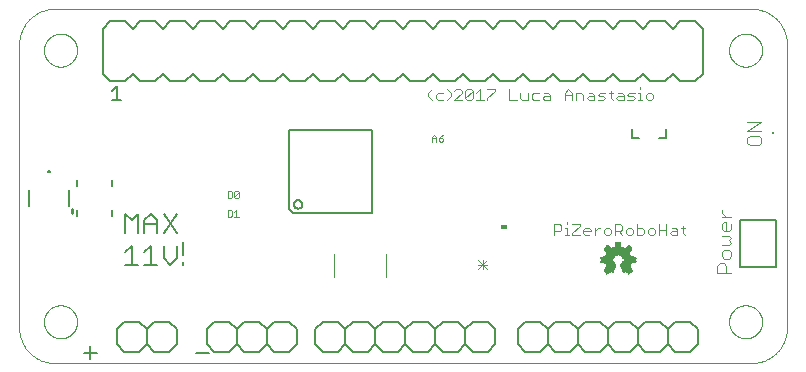
<source format=gto>
G75*
%MOIN*%
%OFA0B0*%
%FSLAX25Y25*%
%IPPOS*%
%LPD*%
%AMOC8*
5,1,8,0,0,1.08239X$1,22.5*
%
%ADD10C,0.00600*%
%ADD11C,0.00400*%
%ADD12C,0.01000*%
%ADD13C,0.00300*%
%ADD14R,0.00060X0.00020*%
%ADD15R,0.00140X0.00020*%
%ADD16R,0.00200X0.00020*%
%ADD17R,0.00180X0.00020*%
%ADD18R,0.00240X0.00020*%
%ADD19R,0.00280X0.00020*%
%ADD20R,0.00340X0.00020*%
%ADD21R,0.00380X0.00020*%
%ADD22R,0.00440X0.00020*%
%ADD23R,0.00480X0.00020*%
%ADD24R,0.00540X0.00020*%
%ADD25R,0.00580X0.00020*%
%ADD26R,0.00640X0.00020*%
%ADD27R,0.00620X0.00020*%
%ADD28R,0.00680X0.00020*%
%ADD29R,0.00740X0.00020*%
%ADD30R,0.00720X0.00020*%
%ADD31R,0.00780X0.00020*%
%ADD32R,0.00840X0.00020*%
%ADD33R,0.00820X0.00020*%
%ADD34R,0.00880X0.00020*%
%ADD35R,0.00920X0.00020*%
%ADD36R,0.00980X0.00020*%
%ADD37R,0.01020X0.00020*%
%ADD38R,0.01080X0.00020*%
%ADD39R,0.01120X0.00020*%
%ADD40R,0.01180X0.00020*%
%ADD41R,0.01160X0.00020*%
%ADD42R,0.01220X0.00020*%
%ADD43R,0.01280X0.00020*%
%ADD44R,0.01260X0.00020*%
%ADD45R,0.01320X0.00020*%
%ADD46R,0.01380X0.00020*%
%ADD47R,0.01360X0.00020*%
%ADD48R,0.01420X0.00020*%
%ADD49R,0.00100X0.00020*%
%ADD50R,0.01460X0.00020*%
%ADD51R,0.00160X0.00020*%
%ADD52R,0.01520X0.00020*%
%ADD53R,0.00180X0.00020*%
%ADD54R,0.00200X0.00020*%
%ADD55R,0.01560X0.00020*%
%ADD56R,0.00240X0.00020*%
%ADD57R,0.00260X0.00020*%
%ADD58R,0.01620X0.00020*%
%ADD59R,0.01660X0.00020*%
%ADD60R,0.00320X0.00020*%
%ADD61R,0.01720X0.00020*%
%ADD62R,0.01700X0.00020*%
%ADD63R,0.01760X0.00020*%
%ADD64R,0.00440X0.00020*%
%ADD65R,0.00420X0.00020*%
%ADD66R,0.01820X0.00020*%
%ADD67R,0.00480X0.00020*%
%ADD68R,0.01800X0.00020*%
%ADD69R,0.01860X0.00020*%
%ADD70R,0.00520X0.00020*%
%ADD71R,0.01920X0.00020*%
%ADD72R,0.00560X0.00020*%
%ADD73R,0.01900X0.00020*%
%ADD74R,0.01960X0.00020*%
%ADD75R,0.00600X0.00020*%
%ADD76R,0.00620X0.00020*%
%ADD77R,0.02000X0.00020*%
%ADD78R,0.00660X0.00020*%
%ADD79R,0.00640X0.00020*%
%ADD80R,0.02060X0.00020*%
%ADD81R,0.00700X0.00020*%
%ADD82R,0.02880X0.00020*%
%ADD83R,0.02920X0.00020*%
%ADD84R,0.02940X0.00020*%
%ADD85R,0.02980X0.00020*%
%ADD86R,0.02960X0.00020*%
%ADD87R,0.03000X0.00020*%
%ADD88R,0.03020X0.00020*%
%ADD89R,0.03060X0.00020*%
%ADD90R,0.03080X0.00020*%
%ADD91R,0.03120X0.00020*%
%ADD92R,0.03100X0.00020*%
%ADD93R,0.03140X0.00020*%
%ADD94R,0.03180X0.00020*%
%ADD95R,0.03160X0.00020*%
%ADD96R,0.03200X0.00020*%
%ADD97R,0.03220X0.00020*%
%ADD98R,0.03260X0.00020*%
%ADD99R,0.03260X0.00020*%
%ADD100R,0.03280X0.00020*%
%ADD101R,0.03300X0.00020*%
%ADD102R,0.03280X0.00020*%
%ADD103R,0.03300X0.00020*%
%ADD104R,0.03320X0.00020*%
%ADD105R,0.03240X0.00020*%
%ADD106R,0.03240X0.00020*%
%ADD107R,0.03240X0.00020*%
%ADD108R,0.03240X0.00020*%
%ADD109R,0.03220X0.00020*%
%ADD110R,0.03220X0.00020*%
%ADD111R,0.03200X0.00020*%
%ADD112R,0.03180X0.00020*%
%ADD113R,0.03160X0.00020*%
%ADD114R,0.03140X0.00020*%
%ADD115R,0.03120X0.00020*%
%ADD116R,0.03120X0.00020*%
%ADD117R,0.03120X0.00020*%
%ADD118R,0.03100X0.00020*%
%ADD119R,0.03080X0.00020*%
%ADD120R,0.03060X0.00020*%
%ADD121R,0.03040X0.00020*%
%ADD122R,0.03040X0.00020*%
%ADD123R,0.03040X0.00020*%
%ADD124R,0.03020X0.00020*%
%ADD125R,0.03020X0.00020*%
%ADD126R,0.03000X0.00020*%
%ADD127R,0.02980X0.00020*%
%ADD128R,0.03140X0.00020*%
%ADD129R,0.03320X0.00020*%
%ADD130R,0.03340X0.00020*%
%ADD131R,0.03340X0.00020*%
%ADD132R,0.03360X0.00020*%
%ADD133R,0.03360X0.00020*%
%ADD134R,0.03380X0.00020*%
%ADD135R,0.03400X0.00020*%
%ADD136R,0.03400X0.00020*%
%ADD137R,0.03420X0.00020*%
%ADD138R,0.03420X0.00020*%
%ADD139R,0.03440X0.00020*%
%ADD140R,0.03460X0.00020*%
%ADD141R,0.03440X0.00020*%
%ADD142R,0.03460X0.00020*%
%ADD143R,0.03480X0.00020*%
%ADD144R,0.03480X0.00020*%
%ADD145R,0.03500X0.00020*%
%ADD146R,0.03520X0.00020*%
%ADD147R,0.03540X0.00020*%
%ADD148R,0.03520X0.00020*%
%ADD149R,0.03540X0.00020*%
%ADD150R,0.03560X0.00020*%
%ADD151R,0.03560X0.00020*%
%ADD152R,0.03540X0.00020*%
%ADD153R,0.03540X0.00020*%
%ADD154R,0.03520X0.00020*%
%ADD155R,0.03500X0.00020*%
%ADD156R,0.03340X0.00020*%
%ADD157R,0.03320X0.00020*%
%ADD158R,0.03220X0.00020*%
%ADD159R,0.03580X0.00020*%
%ADD160R,0.03660X0.00020*%
%ADD161R,0.03760X0.00020*%
%ADD162R,0.03740X0.00020*%
%ADD163R,0.03840X0.00020*%
%ADD164R,0.03860X0.00020*%
%ADD165R,0.03940X0.00020*%
%ADD166R,0.04040X0.00020*%
%ADD167R,0.04020X0.00020*%
%ADD168R,0.04140X0.00020*%
%ADD169R,0.04220X0.00020*%
%ADD170R,0.04320X0.00020*%
%ADD171R,0.04320X0.00020*%
%ADD172R,0.04420X0.00020*%
%ADD173R,0.04460X0.00020*%
%ADD174R,0.04480X0.00020*%
%ADD175R,0.04480X0.00020*%
%ADD176R,0.04460X0.00020*%
%ADD177R,0.04440X0.00020*%
%ADD178R,0.04440X0.00020*%
%ADD179R,0.04420X0.00020*%
%ADD180R,0.04400X0.00020*%
%ADD181R,0.04400X0.00020*%
%ADD182R,0.04380X0.00020*%
%ADD183R,0.04380X0.00020*%
%ADD184R,0.04360X0.00020*%
%ADD185R,0.04360X0.00020*%
%ADD186R,0.04340X0.00020*%
%ADD187R,0.04340X0.00020*%
%ADD188R,0.04320X0.00020*%
%ADD189R,0.04300X0.00020*%
%ADD190R,0.04300X0.00020*%
%ADD191R,0.04280X0.00020*%
%ADD192R,0.04280X0.00020*%
%ADD193R,0.04500X0.00020*%
%ADD194R,0.04260X0.00020*%
%ADD195R,0.04240X0.00020*%
%ADD196R,0.04160X0.00020*%
%ADD197R,0.04060X0.00020*%
%ADD198R,0.04080X0.00020*%
%ADD199R,0.03980X0.00020*%
%ADD200R,0.03960X0.00020*%
%ADD201R,0.03880X0.00020*%
%ADD202R,0.03780X0.00020*%
%ADD203R,0.03800X0.00020*%
%ADD204R,0.03700X0.00020*%
%ADD205R,0.03620X0.00020*%
%ADD206R,0.03600X0.00020*%
%ADD207R,0.03420X0.00020*%
%ADD208R,0.03380X0.00020*%
%ADD209R,0.03620X0.00020*%
%ADD210R,0.03680X0.00020*%
%ADD211R,0.03720X0.00020*%
%ADD212R,0.03800X0.00020*%
%ADD213R,0.03900X0.00020*%
%ADD214R,0.08260X0.00020*%
%ADD215R,0.08240X0.00020*%
%ADD216R,0.08220X0.00020*%
%ADD217R,0.08200X0.00020*%
%ADD218R,0.08180X0.00020*%
%ADD219R,0.08140X0.00020*%
%ADD220R,0.08140X0.00020*%
%ADD221R,0.08120X0.00020*%
%ADD222R,0.08100X0.00020*%
%ADD223R,0.08080X0.00020*%
%ADD224R,0.08060X0.00020*%
%ADD225R,0.08060X0.00020*%
%ADD226R,0.08020X0.00020*%
%ADD227R,0.08020X0.00020*%
%ADD228R,0.08000X0.00020*%
%ADD229R,0.07980X0.00020*%
%ADD230R,0.07960X0.00020*%
%ADD231R,0.07940X0.00020*%
%ADD232R,0.07940X0.00020*%
%ADD233R,0.07900X0.00020*%
%ADD234R,0.07900X0.00020*%
%ADD235R,0.07880X0.00020*%
%ADD236R,0.07860X0.00020*%
%ADD237R,0.07840X0.00020*%
%ADD238R,0.07820X0.00020*%
%ADD239R,0.07820X0.00020*%
%ADD240R,0.07780X0.00020*%
%ADD241R,0.07780X0.00020*%
%ADD242R,0.07760X0.00020*%
%ADD243R,0.07740X0.00020*%
%ADD244R,0.07740X0.00020*%
%ADD245R,0.07760X0.00020*%
%ADD246R,0.07840X0.00020*%
%ADD247R,0.07860X0.00020*%
%ADD248R,0.07920X0.00020*%
%ADD249R,0.08100X0.00020*%
%ADD250R,0.08160X0.00020*%
%ADD251R,0.08260X0.00020*%
%ADD252R,0.08300X0.00020*%
%ADD253R,0.08340X0.00020*%
%ADD254R,0.08360X0.00020*%
%ADD255R,0.08380X0.00020*%
%ADD256R,0.08420X0.00020*%
%ADD257R,0.08440X0.00020*%
%ADD258R,0.08460X0.00020*%
%ADD259R,0.08500X0.00020*%
%ADD260R,0.08520X0.00020*%
%ADD261R,0.08540X0.00020*%
%ADD262R,0.08580X0.00020*%
%ADD263R,0.08600X0.00020*%
%ADD264R,0.08620X0.00020*%
%ADD265R,0.08660X0.00020*%
%ADD266R,0.08700X0.00020*%
%ADD267R,0.08700X0.00020*%
%ADD268R,0.08740X0.00020*%
%ADD269R,0.08780X0.00020*%
%ADD270R,0.08800X0.00020*%
%ADD271R,0.08820X0.00020*%
%ADD272R,0.08860X0.00020*%
%ADD273R,0.08880X0.00020*%
%ADD274R,0.08900X0.00020*%
%ADD275R,0.08940X0.00020*%
%ADD276R,0.08960X0.00020*%
%ADD277R,0.08980X0.00020*%
%ADD278R,0.09020X0.00020*%
%ADD279R,0.09040X0.00020*%
%ADD280R,0.09060X0.00020*%
%ADD281R,0.09100X0.00020*%
%ADD282R,0.09140X0.00020*%
%ADD283R,0.09140X0.00020*%
%ADD284R,0.09180X0.00020*%
%ADD285R,0.09220X0.00020*%
%ADD286R,0.09240X0.00020*%
%ADD287R,0.09260X0.00020*%
%ADD288R,0.09300X0.00020*%
%ADD289R,0.09320X0.00020*%
%ADD290R,0.09340X0.00020*%
%ADD291R,0.09380X0.00020*%
%ADD292R,0.09400X0.00020*%
%ADD293R,0.09420X0.00020*%
%ADD294R,0.09460X0.00020*%
%ADD295R,0.09480X0.00020*%
%ADD296R,0.09500X0.00020*%
%ADD297R,0.09500X0.00020*%
%ADD298R,0.09480X0.00020*%
%ADD299R,0.09460X0.00020*%
%ADD300R,0.09380X0.00020*%
%ADD301R,0.09340X0.00020*%
%ADD302R,0.09220X0.00020*%
%ADD303R,0.09180X0.00020*%
%ADD304R,0.02280X0.00020*%
%ADD305R,0.04420X0.00020*%
%ADD306R,0.02260X0.00020*%
%ADD307R,0.02220X0.00020*%
%ADD308R,0.02200X0.00020*%
%ADD309R,0.02160X0.00020*%
%ADD310R,0.04220X0.00020*%
%ADD311R,0.02120X0.00020*%
%ADD312R,0.04140X0.00020*%
%ADD313R,0.02100X0.00020*%
%ADD314R,0.02060X0.00020*%
%ADD315R,0.04020X0.00020*%
%ADD316R,0.02020X0.00020*%
%ADD317R,0.03940X0.00020*%
%ADD318R,0.03820X0.00020*%
%ADD319R,0.03740X0.00020*%
%ADD320R,0.03640X0.00020*%
%ADD321R,0.01820X0.00020*%
%ADD322R,0.01780X0.00020*%
%ADD323R,0.01760X0.00020*%
%ADD324R,0.01680X0.00020*%
%ADD325R,0.01580X0.00020*%
%ADD326R,0.01560X0.00020*%
%ADD327R,0.01520X0.00020*%
%ADD328R,0.02940X0.00020*%
%ADD329R,0.01480X0.00020*%
%ADD330R,0.02860X0.00020*%
%ADD331R,0.02760X0.00020*%
%ADD332R,0.02660X0.00020*%
%ADD333R,0.01320X0.00020*%
%ADD334R,0.02560X0.00020*%
%ADD335R,0.01280X0.00020*%
%ADD336R,0.02460X0.00020*%
%ADD337R,0.01240X0.00020*%
%ADD338R,0.02380X0.00020*%
%ADD339R,0.02300X0.00020*%
%ADD340R,0.01140X0.00020*%
%ADD341R,0.02260X0.00020*%
%ADD342R,0.01080X0.00020*%
%ADD343R,0.01040X0.00020*%
%ADD344R,0.02220X0.00020*%
%ADD345R,0.01020X0.00020*%
%ADD346R,0.00940X0.00020*%
%ADD347R,0.00840X0.00020*%
%ADD348R,0.00780X0.00020*%
%ADD349R,0.02180X0.00020*%
%ADD350R,0.02180X0.00020*%
%ADD351R,0.02160X0.00020*%
%ADD352R,0.00580X0.00020*%
%ADD353R,0.00540X0.00020*%
%ADD354R,0.00500X0.00020*%
%ADD355R,0.02140X0.00020*%
%ADD356R,0.02140X0.00020*%
%ADD357R,0.00400X0.00020*%
%ADD358R,0.00340X0.00020*%
%ADD359R,0.00300X0.00020*%
%ADD360R,0.02120X0.00020*%
%ADD361R,0.02100X0.00020*%
%ADD362R,0.00100X0.00020*%
%ADD363R,0.02080X0.00020*%
%ADD364R,0.02040X0.00020*%
%ADD365R,0.02020X0.00020*%
%ADD366R,0.02020X0.00020*%
%ADD367R,0.01980X0.00020*%
%ADD368R,0.01980X0.00020*%
%ADD369R,0.01960X0.00020*%
%ADD370R,0.01940X0.00020*%
%ADD371R,0.01940X0.00020*%
%ADD372R,0.01920X0.00020*%
%ADD373R,0.01900X0.00020*%
%ADD374R,0.01880X0.00020*%
%ADD375R,0.01860X0.00020*%
%ADD376R,0.01840X0.00020*%
%ADD377R,0.01840X0.00020*%
%ADD378R,0.01800X0.00020*%
%ADD379R,0.01780X0.00020*%
%ADD380R,0.01740X0.00020*%
%ADD381R,0.01740X0.00020*%
%ADD382R,0.01700X0.00020*%
%ADD383R,0.01680X0.00020*%
%ADD384R,0.01660X0.00020*%
%ADD385R,0.01640X0.00020*%
%ADD386C,0.00200*%
%ADD387C,0.00000*%
%ADD388C,0.00500*%
%ADD389C,0.00800*%
%ADD390R,0.00984X0.00984*%
%ADD391C,0.00100*%
D10*
X0026550Y0009619D02*
X0030820Y0009619D01*
X0028685Y0007484D02*
X0028685Y0011755D01*
X0037500Y0012367D02*
X0037500Y0017367D01*
X0040000Y0019867D01*
X0045000Y0019867D01*
X0047500Y0017367D01*
X0050000Y0019867D01*
X0055000Y0019867D01*
X0057500Y0017367D01*
X0057500Y0012367D01*
X0055000Y0009867D01*
X0050000Y0009867D01*
X0047500Y0012367D01*
X0045000Y0009867D01*
X0040000Y0009867D01*
X0037500Y0012367D01*
X0047500Y0012367D02*
X0047500Y0017367D01*
X0064050Y0009619D02*
X0068320Y0009619D01*
X0070000Y0009867D02*
X0075000Y0009867D01*
X0077500Y0012367D01*
X0080000Y0009867D01*
X0085000Y0009867D01*
X0087500Y0012367D01*
X0090000Y0009867D01*
X0095000Y0009867D01*
X0097500Y0012367D01*
X0097500Y0017367D01*
X0095000Y0019867D01*
X0090000Y0019867D01*
X0087500Y0017367D01*
X0087500Y0012367D01*
X0087500Y0017367D02*
X0085000Y0019867D01*
X0080000Y0019867D01*
X0077500Y0017367D01*
X0077500Y0012367D01*
X0070000Y0009867D02*
X0067500Y0012367D01*
X0067500Y0017367D01*
X0070000Y0019867D01*
X0075000Y0019867D01*
X0077500Y0017367D01*
X0103750Y0017367D02*
X0103750Y0012367D01*
X0106250Y0009867D01*
X0111250Y0009867D01*
X0113750Y0012367D01*
X0113750Y0017367D01*
X0111250Y0019867D01*
X0106250Y0019867D01*
X0103750Y0017367D01*
X0113750Y0017367D02*
X0116250Y0019867D01*
X0121250Y0019867D01*
X0123750Y0017367D01*
X0126250Y0019867D01*
X0131250Y0019867D01*
X0133750Y0017367D01*
X0136250Y0019867D01*
X0141250Y0019867D01*
X0143750Y0017367D01*
X0146250Y0019867D01*
X0151250Y0019867D01*
X0153750Y0017367D01*
X0156250Y0019867D01*
X0161250Y0019867D01*
X0163750Y0017367D01*
X0163750Y0012367D01*
X0161250Y0009867D01*
X0156250Y0009867D01*
X0153750Y0012367D01*
X0151250Y0009867D01*
X0146250Y0009867D01*
X0143750Y0012367D01*
X0143750Y0017367D01*
X0143750Y0012367D02*
X0141250Y0009867D01*
X0136250Y0009867D01*
X0133750Y0012367D01*
X0131250Y0009867D01*
X0126250Y0009867D01*
X0123750Y0012367D01*
X0121250Y0009867D01*
X0116250Y0009867D01*
X0113750Y0012367D01*
X0123750Y0012367D02*
X0123750Y0017367D01*
X0133750Y0017367D02*
X0133750Y0012367D01*
X0153750Y0012367D02*
X0153750Y0017367D01*
X0171250Y0017367D02*
X0171250Y0012367D01*
X0173750Y0009867D01*
X0178750Y0009867D01*
X0181250Y0012367D01*
X0181250Y0017367D01*
X0178750Y0019867D01*
X0173750Y0019867D01*
X0171250Y0017367D01*
X0181250Y0017367D02*
X0183750Y0019867D01*
X0188750Y0019867D01*
X0191250Y0017367D01*
X0193750Y0019867D01*
X0198750Y0019867D01*
X0201250Y0017367D01*
X0203750Y0019867D01*
X0208750Y0019867D01*
X0211250Y0017367D01*
X0213750Y0019867D01*
X0218750Y0019867D01*
X0221250Y0017367D01*
X0223750Y0019867D01*
X0228750Y0019867D01*
X0231250Y0017367D01*
X0231250Y0012367D01*
X0228750Y0009867D01*
X0223750Y0009867D01*
X0221250Y0012367D01*
X0218750Y0009867D01*
X0213750Y0009867D01*
X0211250Y0012367D01*
X0211250Y0017367D01*
X0211250Y0012367D02*
X0208750Y0009867D01*
X0203750Y0009867D01*
X0201250Y0012367D01*
X0198750Y0009867D01*
X0193750Y0009867D01*
X0191250Y0012367D01*
X0188750Y0009867D01*
X0183750Y0009867D01*
X0181250Y0012367D01*
X0191250Y0012367D02*
X0191250Y0017367D01*
X0201250Y0017367D02*
X0201250Y0012367D01*
X0221250Y0012367D02*
X0221250Y0017367D01*
X0122549Y0056067D02*
X0096348Y0056067D01*
X0094951Y0057465D01*
X0094951Y0083666D01*
X0122549Y0083666D01*
X0122549Y0056067D01*
X0096536Y0059067D02*
X0096538Y0059142D01*
X0096544Y0059216D01*
X0096554Y0059290D01*
X0096567Y0059363D01*
X0096585Y0059436D01*
X0096606Y0059507D01*
X0096631Y0059578D01*
X0096660Y0059647D01*
X0096693Y0059714D01*
X0096729Y0059779D01*
X0096768Y0059843D01*
X0096810Y0059904D01*
X0096856Y0059963D01*
X0096905Y0060020D01*
X0096957Y0060073D01*
X0097011Y0060124D01*
X0097068Y0060173D01*
X0097128Y0060217D01*
X0097190Y0060259D01*
X0097254Y0060298D01*
X0097320Y0060333D01*
X0097387Y0060364D01*
X0097457Y0060392D01*
X0097527Y0060416D01*
X0097599Y0060437D01*
X0097672Y0060453D01*
X0097745Y0060466D01*
X0097820Y0060475D01*
X0097894Y0060480D01*
X0097969Y0060481D01*
X0098043Y0060478D01*
X0098118Y0060471D01*
X0098191Y0060460D01*
X0098265Y0060446D01*
X0098337Y0060427D01*
X0098408Y0060405D01*
X0098478Y0060379D01*
X0098547Y0060349D01*
X0098613Y0060316D01*
X0098678Y0060279D01*
X0098741Y0060239D01*
X0098802Y0060195D01*
X0098860Y0060149D01*
X0098916Y0060099D01*
X0098969Y0060047D01*
X0099020Y0059992D01*
X0099067Y0059934D01*
X0099111Y0059874D01*
X0099152Y0059811D01*
X0099190Y0059747D01*
X0099224Y0059681D01*
X0099255Y0059612D01*
X0099282Y0059543D01*
X0099305Y0059472D01*
X0099324Y0059400D01*
X0099340Y0059327D01*
X0099352Y0059253D01*
X0099360Y0059179D01*
X0099364Y0059104D01*
X0099364Y0059030D01*
X0099360Y0058955D01*
X0099352Y0058881D01*
X0099340Y0058807D01*
X0099324Y0058734D01*
X0099305Y0058662D01*
X0099282Y0058591D01*
X0099255Y0058522D01*
X0099224Y0058453D01*
X0099190Y0058387D01*
X0099152Y0058323D01*
X0099111Y0058260D01*
X0099067Y0058200D01*
X0099020Y0058142D01*
X0098969Y0058087D01*
X0098916Y0058035D01*
X0098860Y0057985D01*
X0098802Y0057939D01*
X0098741Y0057895D01*
X0098678Y0057855D01*
X0098613Y0057818D01*
X0098547Y0057785D01*
X0098478Y0057755D01*
X0098408Y0057729D01*
X0098337Y0057707D01*
X0098265Y0057688D01*
X0098191Y0057674D01*
X0098118Y0057663D01*
X0098043Y0057656D01*
X0097969Y0057653D01*
X0097894Y0057654D01*
X0097820Y0057659D01*
X0097745Y0057668D01*
X0097672Y0057681D01*
X0097599Y0057697D01*
X0097527Y0057718D01*
X0097457Y0057742D01*
X0097387Y0057770D01*
X0097320Y0057801D01*
X0097254Y0057836D01*
X0097190Y0057875D01*
X0097128Y0057917D01*
X0097068Y0057961D01*
X0097011Y0058010D01*
X0096957Y0058061D01*
X0096905Y0058114D01*
X0096856Y0058171D01*
X0096810Y0058230D01*
X0096768Y0058291D01*
X0096729Y0058355D01*
X0096693Y0058420D01*
X0096660Y0058487D01*
X0096631Y0058556D01*
X0096606Y0058627D01*
X0096585Y0058698D01*
X0096567Y0058771D01*
X0096554Y0058844D01*
X0096544Y0058918D01*
X0096538Y0058992D01*
X0096536Y0059067D01*
X0059636Y0046390D02*
X0059636Y0042119D01*
X0057461Y0041052D02*
X0057461Y0045322D01*
X0053191Y0045322D02*
X0053191Y0041052D01*
X0055326Y0038917D01*
X0057461Y0041052D01*
X0059636Y0039984D02*
X0059636Y0038917D01*
X0051016Y0038917D02*
X0046745Y0038917D01*
X0048881Y0038917D02*
X0048881Y0045322D01*
X0046745Y0043187D01*
X0042435Y0045322D02*
X0042435Y0038917D01*
X0040300Y0038917D02*
X0044570Y0038917D01*
X0040300Y0043187D02*
X0042435Y0045322D01*
X0040300Y0049417D02*
X0040300Y0055822D01*
X0042435Y0053687D01*
X0044570Y0055822D01*
X0044570Y0049417D01*
X0046745Y0049417D02*
X0046745Y0053687D01*
X0048881Y0055822D01*
X0051016Y0053687D01*
X0051016Y0049417D01*
X0053191Y0049417D02*
X0057461Y0055822D01*
X0053191Y0055822D02*
X0057461Y0049417D01*
X0051016Y0052619D02*
X0046745Y0052619D01*
X0021600Y0058517D02*
X0021600Y0063717D01*
X0015000Y0069717D02*
X0015034Y0069719D01*
X0015067Y0069725D01*
X0015099Y0069734D01*
X0015130Y0069747D01*
X0015160Y0069763D01*
X0015187Y0069782D01*
X0015212Y0069805D01*
X0015235Y0069830D01*
X0015254Y0069857D01*
X0015270Y0069887D01*
X0015283Y0069918D01*
X0015292Y0069950D01*
X0015298Y0069983D01*
X0015300Y0070017D01*
X0015298Y0070051D01*
X0015292Y0070084D01*
X0015283Y0070116D01*
X0015270Y0070147D01*
X0015254Y0070177D01*
X0015235Y0070204D01*
X0015212Y0070229D01*
X0015187Y0070252D01*
X0015160Y0070271D01*
X0015130Y0070287D01*
X0015099Y0070300D01*
X0015067Y0070309D01*
X0015034Y0070315D01*
X0015000Y0070317D01*
X0014966Y0070315D01*
X0014933Y0070309D01*
X0014901Y0070300D01*
X0014870Y0070287D01*
X0014840Y0070271D01*
X0014813Y0070252D01*
X0014788Y0070229D01*
X0014765Y0070204D01*
X0014746Y0070177D01*
X0014730Y0070147D01*
X0014717Y0070116D01*
X0014708Y0070084D01*
X0014702Y0070051D01*
X0014700Y0070017D01*
X0014702Y0069983D01*
X0014708Y0069950D01*
X0014717Y0069918D01*
X0014730Y0069887D01*
X0014746Y0069857D01*
X0014765Y0069830D01*
X0014788Y0069805D01*
X0014813Y0069782D01*
X0014840Y0069763D01*
X0014870Y0069747D01*
X0014901Y0069734D01*
X0014933Y0069725D01*
X0014966Y0069719D01*
X0015000Y0069717D01*
X0008400Y0063717D02*
X0008400Y0058517D01*
X0035335Y0100132D02*
X0040335Y0100132D01*
X0042835Y0102632D01*
X0045335Y0100132D01*
X0050335Y0100132D01*
X0052835Y0102632D01*
X0055335Y0100132D01*
X0060335Y0100132D01*
X0062835Y0102632D01*
X0065335Y0100132D01*
X0070335Y0100132D01*
X0072835Y0102632D01*
X0075335Y0100132D01*
X0080335Y0100132D01*
X0082835Y0102632D01*
X0085335Y0100132D01*
X0090335Y0100132D01*
X0092835Y0102632D01*
X0095335Y0100132D01*
X0100335Y0100132D01*
X0102835Y0102632D01*
X0105335Y0100132D01*
X0110335Y0100132D01*
X0112835Y0102632D01*
X0115335Y0100132D01*
X0120335Y0100132D01*
X0122835Y0102632D01*
X0125335Y0100132D01*
X0130335Y0100132D01*
X0132835Y0102632D01*
X0135335Y0100132D01*
X0140335Y0100132D01*
X0142835Y0102632D01*
X0145335Y0100132D01*
X0150335Y0100132D01*
X0152835Y0102632D01*
X0155335Y0100132D01*
X0160335Y0100132D01*
X0162835Y0102632D01*
X0165335Y0100132D01*
X0170335Y0100132D01*
X0172835Y0102632D01*
X0175335Y0100132D01*
X0180335Y0100132D01*
X0182835Y0102632D01*
X0185335Y0100132D01*
X0190335Y0100132D01*
X0192835Y0102632D01*
X0195335Y0100132D01*
X0200335Y0100132D01*
X0202835Y0102632D01*
X0205335Y0100132D01*
X0210335Y0100132D01*
X0212835Y0102632D01*
X0215335Y0100132D01*
X0220335Y0100132D01*
X0222835Y0102632D01*
X0225335Y0100132D01*
X0230335Y0100132D01*
X0232835Y0102632D01*
X0232835Y0117632D01*
X0230335Y0120132D01*
X0225335Y0120132D01*
X0222835Y0117632D01*
X0220335Y0120132D01*
X0215335Y0120132D01*
X0212835Y0117632D01*
X0210335Y0120132D01*
X0205335Y0120132D01*
X0202835Y0117632D01*
X0200335Y0120132D01*
X0195335Y0120132D01*
X0192835Y0117632D01*
X0190335Y0120132D01*
X0185335Y0120132D01*
X0182835Y0117632D01*
X0180335Y0120132D01*
X0175335Y0120132D01*
X0172835Y0117632D01*
X0170335Y0120132D01*
X0165335Y0120132D01*
X0162835Y0117632D01*
X0160335Y0120132D01*
X0155335Y0120132D01*
X0152835Y0117632D01*
X0150335Y0120132D01*
X0145335Y0120132D01*
X0142835Y0117632D01*
X0140335Y0120132D01*
X0135335Y0120132D01*
X0132835Y0117632D01*
X0130335Y0120132D01*
X0125335Y0120132D01*
X0122835Y0117632D01*
X0120335Y0120132D01*
X0115335Y0120132D01*
X0112835Y0117632D01*
X0110335Y0120132D01*
X0105335Y0120132D01*
X0102835Y0117632D01*
X0100335Y0120132D01*
X0095335Y0120132D01*
X0092835Y0117632D01*
X0090335Y0120132D01*
X0085335Y0120132D01*
X0082835Y0117632D01*
X0080335Y0120132D01*
X0075335Y0120132D01*
X0072835Y0117632D01*
X0070335Y0120132D01*
X0065335Y0120132D01*
X0062835Y0117632D01*
X0060335Y0120132D01*
X0055335Y0120132D01*
X0052835Y0117632D01*
X0050335Y0120132D01*
X0045335Y0120132D01*
X0042835Y0117632D01*
X0040335Y0120132D01*
X0035335Y0120132D01*
X0032835Y0117632D01*
X0032835Y0102632D01*
X0035335Y0100132D01*
X0209400Y0084217D02*
X0209400Y0081017D01*
X0211600Y0081017D01*
X0218400Y0081017D02*
X0220600Y0081017D01*
X0220600Y0084217D01*
D11*
X0247696Y0083421D02*
X0252300Y0086490D01*
X0247696Y0086490D01*
X0247696Y0083421D02*
X0252300Y0083421D01*
X0251533Y0081886D02*
X0248463Y0081886D01*
X0247696Y0081119D01*
X0247696Y0079584D01*
X0248463Y0078817D01*
X0251533Y0078817D01*
X0252300Y0079584D01*
X0252300Y0081119D01*
X0251533Y0081886D01*
X0239231Y0057034D02*
X0239231Y0056267D01*
X0240765Y0054732D01*
X0239231Y0054732D02*
X0242300Y0054732D01*
X0240765Y0053198D02*
X0240765Y0050128D01*
X0239998Y0050128D02*
X0239231Y0050896D01*
X0239231Y0052430D01*
X0239998Y0053198D01*
X0240765Y0053198D01*
X0242300Y0052430D02*
X0242300Y0050896D01*
X0241533Y0050128D01*
X0239998Y0050128D01*
X0239231Y0048594D02*
X0241533Y0048594D01*
X0242300Y0047826D01*
X0241533Y0047059D01*
X0242300Y0046292D01*
X0241533Y0045525D01*
X0239231Y0045525D01*
X0239998Y0043990D02*
X0239231Y0043223D01*
X0239231Y0041688D01*
X0239998Y0040921D01*
X0241533Y0040921D01*
X0242300Y0041688D01*
X0242300Y0043223D01*
X0241533Y0043990D01*
X0239998Y0043990D01*
X0239998Y0039386D02*
X0238463Y0039386D01*
X0237696Y0038619D01*
X0237696Y0036317D01*
X0242300Y0036317D01*
X0240765Y0036317D02*
X0240765Y0038619D01*
X0239998Y0039386D01*
X0127411Y0042357D02*
X0127411Y0034877D01*
X0110089Y0034877D02*
X0110089Y0042357D01*
D12*
X0022500Y0056117D02*
X0022500Y0057367D01*
D13*
X0141400Y0095001D02*
X0141400Y0096235D01*
X0142634Y0097470D01*
X0144473Y0096235D02*
X0143855Y0095618D01*
X0143855Y0094384D01*
X0144473Y0093767D01*
X0146324Y0093767D01*
X0147539Y0093767D02*
X0148773Y0095001D01*
X0148773Y0096235D01*
X0147539Y0097470D01*
X0146324Y0096235D02*
X0144473Y0096235D01*
X0142634Y0093767D02*
X0141400Y0095001D01*
X0149994Y0093767D02*
X0152463Y0096235D01*
X0152463Y0096853D01*
X0151846Y0097470D01*
X0150611Y0097470D01*
X0149994Y0096853D01*
X0153677Y0096853D02*
X0154294Y0097470D01*
X0155529Y0097470D01*
X0156146Y0096853D01*
X0153677Y0094384D01*
X0154294Y0093767D01*
X0155529Y0093767D01*
X0156146Y0094384D01*
X0156146Y0096853D01*
X0157360Y0096235D02*
X0158595Y0097470D01*
X0158595Y0093767D01*
X0159829Y0093767D02*
X0157360Y0093767D01*
X0153677Y0094384D02*
X0153677Y0096853D01*
X0152463Y0093767D02*
X0149994Y0093767D01*
X0161043Y0093767D02*
X0161043Y0094384D01*
X0163512Y0096853D01*
X0163512Y0097470D01*
X0161043Y0097470D01*
X0168410Y0097470D02*
X0168410Y0093767D01*
X0170878Y0093767D01*
X0172093Y0094384D02*
X0172710Y0093767D01*
X0174562Y0093767D01*
X0174562Y0096235D01*
X0175776Y0095618D02*
X0175776Y0094384D01*
X0176393Y0093767D01*
X0178245Y0093767D01*
X0179459Y0094384D02*
X0180076Y0095001D01*
X0181928Y0095001D01*
X0181928Y0095618D02*
X0181928Y0093767D01*
X0180076Y0093767D01*
X0179459Y0094384D01*
X0181311Y0096235D02*
X0181928Y0095618D01*
X0181311Y0096235D02*
X0180076Y0096235D01*
X0178245Y0096235D02*
X0176393Y0096235D01*
X0175776Y0095618D01*
X0172093Y0096235D02*
X0172093Y0094384D01*
X0186825Y0093767D02*
X0186825Y0096235D01*
X0188060Y0097470D01*
X0189294Y0096235D01*
X0189294Y0093767D01*
X0190509Y0093767D02*
X0190509Y0096235D01*
X0192360Y0096235D01*
X0192977Y0095618D01*
X0192977Y0093767D01*
X0194192Y0094384D02*
X0194809Y0095001D01*
X0196661Y0095001D01*
X0196661Y0095618D02*
X0196661Y0093767D01*
X0194809Y0093767D01*
X0194192Y0094384D01*
X0196043Y0096235D02*
X0196661Y0095618D01*
X0196043Y0096235D02*
X0194809Y0096235D01*
X0197875Y0095618D02*
X0198492Y0096235D01*
X0200344Y0096235D01*
X0201558Y0096235D02*
X0202792Y0096235D01*
X0202175Y0096853D02*
X0202175Y0094384D01*
X0202792Y0093767D01*
X0204013Y0094384D02*
X0204631Y0095001D01*
X0206482Y0095001D01*
X0206482Y0095618D02*
X0206482Y0093767D01*
X0204631Y0093767D01*
X0204013Y0094384D01*
X0205865Y0096235D02*
X0206482Y0095618D01*
X0205865Y0096235D02*
X0204631Y0096235D01*
X0207697Y0095618D02*
X0208314Y0096235D01*
X0210165Y0096235D01*
X0211380Y0096235D02*
X0211997Y0096235D01*
X0211997Y0093767D01*
X0211380Y0093767D02*
X0212614Y0093767D01*
X0213835Y0094384D02*
X0213835Y0095618D01*
X0214452Y0096235D01*
X0215687Y0096235D01*
X0216304Y0095618D01*
X0216304Y0094384D01*
X0215687Y0093767D01*
X0214452Y0093767D01*
X0213835Y0094384D01*
X0210165Y0094384D02*
X0209548Y0095001D01*
X0208314Y0095001D01*
X0207697Y0095618D01*
X0207697Y0093767D02*
X0209548Y0093767D01*
X0210165Y0094384D01*
X0211997Y0097470D02*
X0211997Y0098087D01*
X0200344Y0094384D02*
X0199726Y0095001D01*
X0198492Y0095001D01*
X0197875Y0095618D01*
X0197875Y0093767D02*
X0199726Y0093767D01*
X0200344Y0094384D01*
X0189294Y0095618D02*
X0186825Y0095618D01*
X0187575Y0053087D02*
X0187575Y0052470D01*
X0187575Y0051235D02*
X0187575Y0048767D01*
X0186958Y0048767D02*
X0188193Y0048767D01*
X0189414Y0048767D02*
X0189414Y0049384D01*
X0191882Y0051853D01*
X0191882Y0052470D01*
X0189414Y0052470D01*
X0187575Y0051235D02*
X0186958Y0051235D01*
X0185744Y0050618D02*
X0185127Y0050001D01*
X0183275Y0050001D01*
X0183275Y0048767D02*
X0183275Y0052470D01*
X0185127Y0052470D01*
X0185744Y0051853D01*
X0185744Y0050618D01*
X0189414Y0048767D02*
X0191882Y0048767D01*
X0193097Y0049384D02*
X0193097Y0050618D01*
X0193714Y0051235D01*
X0194948Y0051235D01*
X0195565Y0050618D01*
X0195565Y0050001D01*
X0193097Y0050001D01*
X0193097Y0049384D02*
X0193714Y0048767D01*
X0194948Y0048767D01*
X0196780Y0048767D02*
X0196780Y0051235D01*
X0196780Y0050001D02*
X0198014Y0051235D01*
X0198631Y0051235D01*
X0199849Y0050618D02*
X0199849Y0049384D01*
X0200466Y0048767D01*
X0201701Y0048767D01*
X0202318Y0049384D01*
X0202318Y0050618D01*
X0201701Y0051235D01*
X0200466Y0051235D01*
X0199849Y0050618D01*
X0203532Y0050001D02*
X0205384Y0050001D01*
X0206001Y0050618D01*
X0206001Y0051853D01*
X0205384Y0052470D01*
X0203532Y0052470D01*
X0203532Y0048767D01*
X0204767Y0050001D02*
X0206001Y0048767D01*
X0207215Y0049384D02*
X0207833Y0048767D01*
X0209067Y0048767D01*
X0209684Y0049384D01*
X0209684Y0050618D01*
X0209067Y0051235D01*
X0207833Y0051235D01*
X0207215Y0050618D01*
X0207215Y0049384D01*
X0210899Y0048767D02*
X0210899Y0052470D01*
X0210899Y0051235D02*
X0212750Y0051235D01*
X0213367Y0050618D01*
X0213367Y0049384D01*
X0212750Y0048767D01*
X0210899Y0048767D01*
X0214582Y0049384D02*
X0215199Y0048767D01*
X0216433Y0048767D01*
X0217050Y0049384D01*
X0217050Y0050618D01*
X0216433Y0051235D01*
X0215199Y0051235D01*
X0214582Y0050618D01*
X0214582Y0049384D01*
X0218265Y0048767D02*
X0218265Y0052470D01*
X0218265Y0050618D02*
X0220734Y0050618D01*
X0221948Y0049384D02*
X0222565Y0050001D01*
X0224417Y0050001D01*
X0224417Y0050618D02*
X0224417Y0048767D01*
X0222565Y0048767D01*
X0221948Y0049384D01*
X0220734Y0048767D02*
X0220734Y0052470D01*
X0222565Y0051235D02*
X0223800Y0051235D01*
X0224417Y0050618D01*
X0225631Y0051235D02*
X0226866Y0051235D01*
X0226248Y0051853D02*
X0226248Y0049384D01*
X0226866Y0048767D01*
X0161066Y0040553D02*
X0157930Y0037417D01*
X0157930Y0038985D02*
X0161066Y0038985D01*
X0161066Y0037417D02*
X0157930Y0040553D01*
X0159498Y0040553D02*
X0159498Y0037417D01*
D14*
X0201080Y0035617D03*
X0208280Y0035617D03*
D15*
X0208280Y0035637D03*
X0201080Y0035637D03*
X0201080Y0045077D03*
X0208280Y0045077D03*
D16*
X0208270Y0045057D03*
X0201090Y0045057D03*
X0201090Y0035657D03*
D17*
X0208280Y0035657D03*
D18*
X0208270Y0035677D03*
X0201090Y0035677D03*
X0201090Y0045037D03*
X0208270Y0045037D03*
D19*
X0206490Y0036237D03*
X0208270Y0035697D03*
X0202870Y0036237D03*
X0201090Y0035697D03*
D20*
X0201100Y0035717D03*
X0202860Y0036257D03*
X0208260Y0035717D03*
D21*
X0208260Y0035737D03*
X0206520Y0036277D03*
X0202840Y0036277D03*
X0201100Y0035737D03*
X0208260Y0044977D03*
D22*
X0208250Y0044957D03*
X0201110Y0044957D03*
X0201110Y0035757D03*
X0208250Y0035757D03*
D23*
X0208250Y0035777D03*
X0201110Y0035777D03*
X0208250Y0044937D03*
D24*
X0208240Y0035797D03*
X0201120Y0035797D03*
D25*
X0201120Y0035817D03*
X0206580Y0036357D03*
X0208240Y0035817D03*
D26*
X0201130Y0035837D03*
X0201130Y0044877D03*
X0208230Y0044877D03*
D27*
X0208240Y0035837D03*
D28*
X0208230Y0035857D03*
X0201130Y0035857D03*
X0201130Y0044857D03*
X0208230Y0044857D03*
D29*
X0208220Y0044837D03*
X0201140Y0044837D03*
X0201140Y0035877D03*
D30*
X0208230Y0035877D03*
D31*
X0208220Y0035897D03*
X0201140Y0035897D03*
D32*
X0201150Y0035917D03*
D33*
X0208220Y0035917D03*
D34*
X0208210Y0035937D03*
X0201150Y0035937D03*
X0201150Y0044777D03*
X0208210Y0044777D03*
D35*
X0208210Y0035957D03*
X0201150Y0035957D03*
D36*
X0201160Y0035977D03*
X0208200Y0035977D03*
X0208200Y0044737D03*
X0201160Y0044737D03*
D37*
X0201160Y0035997D03*
X0208200Y0035997D03*
D38*
X0208190Y0036017D03*
X0201170Y0036017D03*
D39*
X0201170Y0036037D03*
X0208190Y0036037D03*
X0208190Y0044677D03*
D40*
X0208180Y0044657D03*
X0201180Y0044657D03*
X0201180Y0036057D03*
D41*
X0208190Y0036057D03*
D42*
X0208180Y0036077D03*
X0201180Y0036077D03*
X0208180Y0044637D03*
D43*
X0201190Y0036097D03*
D44*
X0208180Y0036097D03*
D45*
X0208170Y0036117D03*
X0201190Y0036117D03*
D46*
X0201200Y0036137D03*
X0201200Y0044577D03*
X0208160Y0044577D03*
D47*
X0208170Y0036137D03*
D48*
X0208160Y0036157D03*
X0201200Y0036157D03*
X0201200Y0044557D03*
X0208160Y0044557D03*
D49*
X0206440Y0036157D03*
X0202920Y0036157D03*
D50*
X0201200Y0036177D03*
X0208160Y0036177D03*
D51*
X0206450Y0036177D03*
X0202910Y0036177D03*
D52*
X0201210Y0036197D03*
X0208150Y0036197D03*
D53*
X0202900Y0036197D03*
D54*
X0206470Y0036197D03*
D55*
X0208150Y0036217D03*
X0201210Y0036217D03*
D56*
X0202890Y0036217D03*
D57*
X0206480Y0036217D03*
D58*
X0208140Y0036237D03*
X0201220Y0036237D03*
X0201220Y0044477D03*
X0208140Y0044477D03*
D59*
X0208140Y0044457D03*
X0204680Y0046217D03*
X0201220Y0036257D03*
X0208140Y0036257D03*
D60*
X0206510Y0036257D03*
D61*
X0201230Y0036277D03*
X0201230Y0044437D03*
X0204690Y0046097D03*
X0208130Y0044437D03*
D62*
X0204680Y0046137D03*
X0204680Y0046177D03*
X0208140Y0036277D03*
D63*
X0208130Y0036297D03*
X0201230Y0036297D03*
X0204690Y0045977D03*
D64*
X0202830Y0036297D03*
D65*
X0206540Y0036297D03*
D66*
X0201240Y0036317D03*
X0204680Y0045817D03*
X0204680Y0045857D03*
D67*
X0202810Y0036317D03*
X0206550Y0036317D03*
D68*
X0208130Y0036317D03*
D69*
X0208120Y0036337D03*
X0201240Y0036337D03*
X0201240Y0044377D03*
X0204680Y0045677D03*
X0204680Y0045697D03*
X0204680Y0045737D03*
X0208120Y0044377D03*
D70*
X0206570Y0036337D03*
X0202790Y0036337D03*
D71*
X0201250Y0036357D03*
X0201250Y0044357D03*
X0208110Y0044357D03*
D72*
X0202790Y0036357D03*
D73*
X0208120Y0036357D03*
X0204680Y0045617D03*
D74*
X0204690Y0045437D03*
X0201250Y0044337D03*
X0208110Y0044337D03*
X0208110Y0036377D03*
X0201250Y0036377D03*
D75*
X0202770Y0036377D03*
X0201130Y0044897D03*
D76*
X0206600Y0036377D03*
D77*
X0208110Y0036397D03*
X0201250Y0036397D03*
X0204690Y0045337D03*
D78*
X0202760Y0036397D03*
D79*
X0206610Y0036397D03*
D80*
X0208100Y0036417D03*
X0201260Y0036417D03*
X0204680Y0045157D03*
X0204680Y0045217D03*
D81*
X0202740Y0036417D03*
X0206620Y0036417D03*
D82*
X0207710Y0036437D03*
X0201650Y0036437D03*
D83*
X0201650Y0036457D03*
X0207710Y0036457D03*
D84*
X0207720Y0036477D03*
X0201640Y0036477D03*
D85*
X0201640Y0036497D03*
X0202220Y0037937D03*
X0202240Y0037977D03*
X0202260Y0037997D03*
X0207100Y0038037D03*
X0207120Y0037997D03*
X0207120Y0037977D03*
D86*
X0207730Y0036497D03*
D87*
X0207730Y0036517D03*
X0207150Y0037917D03*
X0207130Y0037957D03*
X0207090Y0038057D03*
X0202270Y0038057D03*
X0202230Y0037957D03*
X0202210Y0037917D03*
X0201630Y0036517D03*
D88*
X0201620Y0036537D03*
X0202180Y0037877D03*
X0207180Y0037877D03*
X0207740Y0036537D03*
D89*
X0207740Y0036557D03*
X0207300Y0037657D03*
X0207260Y0037717D03*
X0202120Y0037757D03*
X0202100Y0037717D03*
X0201620Y0036557D03*
D90*
X0201610Y0036577D03*
X0202030Y0037597D03*
X0202050Y0037637D03*
X0202270Y0038177D03*
X0207290Y0037677D03*
X0207310Y0037637D03*
X0207330Y0037597D03*
X0207750Y0036577D03*
D91*
X0201610Y0036597D03*
D92*
X0202000Y0037537D03*
X0202020Y0037577D03*
X0207100Y0038177D03*
X0207340Y0037577D03*
X0207360Y0037537D03*
X0207760Y0036597D03*
D93*
X0207760Y0036617D03*
X0207440Y0037417D03*
X0201960Y0037457D03*
X0201940Y0037417D03*
X0201900Y0037357D03*
X0201600Y0036617D03*
D94*
X0201600Y0036637D03*
X0201840Y0037237D03*
X0201860Y0037277D03*
X0201880Y0039237D03*
X0201900Y0041477D03*
X0201920Y0041497D03*
X0207440Y0041497D03*
X0207100Y0038277D03*
X0207500Y0037297D03*
X0207500Y0037277D03*
D95*
X0207470Y0037337D03*
X0207450Y0037377D03*
X0207770Y0036637D03*
X0202270Y0038277D03*
X0201910Y0037377D03*
X0201890Y0037337D03*
X0201870Y0037297D03*
D96*
X0201830Y0037217D03*
X0201790Y0037157D03*
X0201590Y0036657D03*
X0202270Y0038317D03*
X0201970Y0041557D03*
X0207390Y0041557D03*
X0207510Y0039257D03*
X0207470Y0039217D03*
X0207090Y0038317D03*
X0207570Y0037157D03*
X0207770Y0036657D03*
D97*
X0207780Y0036677D03*
X0207620Y0037077D03*
X0207580Y0037137D03*
X0207440Y0039177D03*
X0207380Y0041577D03*
X0201980Y0041577D03*
X0202280Y0038337D03*
X0201780Y0037137D03*
X0201580Y0036677D03*
D98*
X0201580Y0036697D03*
X0201700Y0036977D03*
X0201700Y0036997D03*
X0202280Y0038377D03*
X0202040Y0041637D03*
X0207340Y0041637D03*
X0207100Y0038377D03*
X0207640Y0037037D03*
X0207660Y0036997D03*
X0207680Y0036977D03*
X0207780Y0036697D03*
D99*
X0207680Y0036957D03*
X0201680Y0036957D03*
X0201660Y0036917D03*
X0201580Y0036717D03*
X0201980Y0039117D03*
X0202020Y0041617D03*
X0204680Y0044457D03*
D100*
X0207310Y0041657D03*
X0207090Y0038417D03*
X0207710Y0036917D03*
X0207790Y0036717D03*
X0202270Y0038417D03*
X0202050Y0041657D03*
D101*
X0202060Y0041677D03*
X0201800Y0039277D03*
X0202280Y0038437D03*
X0201640Y0036877D03*
X0201620Y0036837D03*
X0201600Y0036797D03*
X0201580Y0036777D03*
X0201580Y0036737D03*
X0207360Y0039077D03*
X0207780Y0036777D03*
X0207300Y0041677D03*
D102*
X0207570Y0039277D03*
X0207370Y0039097D03*
X0207090Y0038397D03*
X0207690Y0036937D03*
X0207710Y0036897D03*
X0207730Y0036877D03*
X0207750Y0036837D03*
X0207790Y0036737D03*
X0202270Y0038397D03*
X0202010Y0039077D03*
X0201990Y0039097D03*
X0201670Y0036937D03*
X0201650Y0036897D03*
D103*
X0201620Y0036857D03*
X0201600Y0036817D03*
X0201580Y0036757D03*
X0202020Y0039057D03*
X0207340Y0039057D03*
X0207740Y0036857D03*
X0207760Y0036817D03*
X0207780Y0036757D03*
D104*
X0207770Y0036797D03*
X0207090Y0038437D03*
X0207330Y0039037D03*
X0207270Y0041697D03*
X0202090Y0041697D03*
X0201790Y0041437D03*
D105*
X0201850Y0041457D03*
X0202270Y0038357D03*
X0201710Y0037017D03*
X0207090Y0038357D03*
X0207390Y0039117D03*
X0207650Y0037017D03*
X0207510Y0041457D03*
X0207350Y0041617D03*
D106*
X0201730Y0037037D03*
D107*
X0201730Y0037057D03*
X0207630Y0037057D03*
D108*
X0207610Y0037097D03*
X0207410Y0039137D03*
X0207370Y0041597D03*
X0201970Y0039137D03*
X0201750Y0037077D03*
D109*
X0201760Y0037097D03*
X0201800Y0037177D03*
X0207100Y0038337D03*
X0202000Y0041597D03*
D110*
X0201860Y0039257D03*
X0201760Y0037117D03*
X0207600Y0037117D03*
D111*
X0207570Y0037177D03*
X0207550Y0037197D03*
X0207530Y0037237D03*
X0207090Y0038297D03*
X0207450Y0039197D03*
X0207490Y0039237D03*
X0207470Y0041477D03*
X0207410Y0041537D03*
X0201950Y0041537D03*
X0201910Y0039197D03*
X0201930Y0039177D03*
X0202270Y0038297D03*
X0201810Y0037197D03*
D112*
X0201840Y0037257D03*
X0201880Y0037317D03*
X0201900Y0039217D03*
X0201940Y0041517D03*
X0207420Y0041517D03*
X0207520Y0037257D03*
X0207540Y0037217D03*
D113*
X0207490Y0037317D03*
X0207470Y0037357D03*
X0207090Y0038257D03*
X0202270Y0038257D03*
D114*
X0201940Y0037437D03*
X0201920Y0037397D03*
X0207100Y0038237D03*
X0207400Y0037477D03*
X0207420Y0037437D03*
X0207440Y0037397D03*
D115*
X0207410Y0037457D03*
X0202010Y0037557D03*
D116*
X0201970Y0037497D03*
X0201970Y0037477D03*
X0202270Y0038197D03*
X0207090Y0038197D03*
X0207390Y0037497D03*
D117*
X0207370Y0037517D03*
X0207090Y0038217D03*
X0202270Y0038217D03*
X0201990Y0037517D03*
D118*
X0207320Y0037617D03*
X0207360Y0037557D03*
D119*
X0207090Y0038157D03*
X0202270Y0038157D03*
X0202070Y0037657D03*
X0202050Y0037617D03*
D120*
X0202080Y0037677D03*
X0202080Y0037697D03*
X0202280Y0038137D03*
X0207100Y0038137D03*
X0207260Y0037737D03*
X0207280Y0037697D03*
X0204680Y0044497D03*
D121*
X0202270Y0038097D03*
X0202150Y0037797D03*
X0202110Y0037737D03*
X0207090Y0038097D03*
D122*
X0207090Y0038117D03*
X0207210Y0037817D03*
X0207250Y0037757D03*
X0202270Y0038117D03*
X0202150Y0037817D03*
D123*
X0202130Y0037777D03*
X0207230Y0037777D03*
X0207230Y0037797D03*
D124*
X0207200Y0037837D03*
X0207100Y0038077D03*
X0202200Y0037897D03*
X0202160Y0037837D03*
D125*
X0202180Y0037857D03*
X0207180Y0037857D03*
D126*
X0207170Y0037897D03*
X0207150Y0037937D03*
X0202270Y0038037D03*
X0202270Y0038077D03*
D127*
X0202260Y0038017D03*
X0207100Y0038017D03*
D128*
X0202280Y0038237D03*
X0204680Y0044477D03*
D129*
X0202270Y0038457D03*
X0207090Y0038457D03*
D130*
X0207580Y0041437D03*
X0202280Y0038477D03*
X0204680Y0044437D03*
D131*
X0207100Y0038477D03*
D132*
X0207090Y0038497D03*
X0207290Y0038997D03*
X0202270Y0038497D03*
X0202070Y0038997D03*
X0202130Y0041737D03*
D133*
X0202270Y0038517D03*
X0207090Y0038517D03*
D134*
X0202280Y0038537D03*
X0202100Y0038977D03*
X0207240Y0041737D03*
D135*
X0207630Y0039297D03*
X0207270Y0038977D03*
X0207090Y0038537D03*
X0202130Y0038937D03*
X0201730Y0039297D03*
X0202170Y0041777D03*
D136*
X0202110Y0038957D03*
X0202270Y0038557D03*
X0207090Y0038557D03*
X0207250Y0038957D03*
D137*
X0207240Y0038937D03*
X0202280Y0038577D03*
D138*
X0207100Y0038577D03*
X0207200Y0041777D03*
D139*
X0207170Y0041797D03*
X0202190Y0041797D03*
X0202270Y0038597D03*
X0207090Y0038597D03*
D140*
X0202280Y0038617D03*
D141*
X0202150Y0038917D03*
X0207090Y0038617D03*
X0207210Y0038917D03*
X0204690Y0044417D03*
D142*
X0207200Y0038897D03*
X0202280Y0038637D03*
X0202160Y0038897D03*
D143*
X0202190Y0038877D03*
X0207090Y0038637D03*
D144*
X0207090Y0038657D03*
X0207690Y0039317D03*
X0207150Y0041817D03*
X0202210Y0041817D03*
X0201670Y0039317D03*
X0202270Y0038657D03*
D145*
X0202280Y0038677D03*
X0201660Y0041397D03*
X0202240Y0041837D03*
X0207120Y0041837D03*
X0207700Y0041397D03*
X0207180Y0038877D03*
D146*
X0207090Y0038697D03*
X0207090Y0038677D03*
X0202270Y0038697D03*
X0202230Y0038837D03*
D147*
X0202280Y0038717D03*
D148*
X0207090Y0038717D03*
D149*
X0202280Y0038737D03*
X0204680Y0044397D03*
D150*
X0202290Y0041877D03*
X0201610Y0039337D03*
X0202250Y0038797D03*
X0202270Y0038777D03*
X0207090Y0038737D03*
X0207110Y0038777D03*
X0207110Y0038797D03*
D151*
X0207090Y0038757D03*
X0202270Y0038757D03*
X0202250Y0038817D03*
D152*
X0207120Y0038817D03*
X0207100Y0041857D03*
X0202260Y0041857D03*
D153*
X0207140Y0038837D03*
D154*
X0202210Y0038857D03*
D155*
X0207160Y0038857D03*
D156*
X0207300Y0039017D03*
X0202060Y0039017D03*
X0202100Y0041717D03*
X0207260Y0041717D03*
D157*
X0202050Y0039037D03*
D158*
X0201940Y0039157D03*
X0207420Y0039157D03*
D159*
X0207760Y0039337D03*
X0207080Y0041877D03*
D160*
X0207820Y0039357D03*
X0202360Y0041917D03*
X0201540Y0039357D03*
D161*
X0201490Y0039377D03*
D162*
X0207880Y0039377D03*
D163*
X0201430Y0039397D03*
D164*
X0207940Y0039397D03*
D165*
X0208000Y0039417D03*
X0201360Y0039417D03*
D166*
X0201310Y0039437D03*
D167*
X0208060Y0039437D03*
D168*
X0208120Y0039457D03*
X0201240Y0039457D03*
D169*
X0201180Y0039477D03*
X0208180Y0039477D03*
D170*
X0201130Y0039497D03*
X0204690Y0044237D03*
D171*
X0208450Y0040697D03*
X0208450Y0040677D03*
X0208450Y0040637D03*
X0208450Y0040037D03*
X0208450Y0039997D03*
X0208450Y0039977D03*
X0208250Y0039497D03*
X0200910Y0039997D03*
X0200910Y0040037D03*
X0200910Y0040077D03*
X0200910Y0040637D03*
X0200910Y0040677D03*
X0200910Y0040697D03*
D172*
X0200960Y0039717D03*
X0201060Y0039517D03*
X0208300Y0039517D03*
X0208400Y0039717D03*
X0208400Y0041017D03*
D173*
X0208380Y0041077D03*
X0208380Y0041097D03*
X0208380Y0039637D03*
X0208340Y0039537D03*
X0201020Y0039537D03*
X0200980Y0039637D03*
X0200980Y0041077D03*
D174*
X0200990Y0041117D03*
X0201010Y0041157D03*
X0201010Y0039557D03*
X0208350Y0039557D03*
X0208370Y0041117D03*
X0208350Y0041157D03*
D175*
X0208370Y0041137D03*
X0208370Y0039597D03*
X0208370Y0039577D03*
X0200990Y0039577D03*
X0200990Y0039597D03*
X0200990Y0041097D03*
X0201030Y0041177D03*
D176*
X0200980Y0041057D03*
X0200980Y0039617D03*
X0208380Y0039617D03*
D177*
X0208390Y0039657D03*
X0208390Y0041057D03*
X0200970Y0041017D03*
X0200970Y0039657D03*
D178*
X0200970Y0039677D03*
X0200970Y0041037D03*
X0201050Y0041197D03*
X0208310Y0041197D03*
X0208390Y0041037D03*
X0208390Y0039677D03*
D179*
X0208400Y0039697D03*
X0208400Y0040977D03*
X0208400Y0040997D03*
X0200960Y0040997D03*
X0200960Y0040977D03*
X0200960Y0039737D03*
X0200960Y0039697D03*
D180*
X0200950Y0039777D03*
X0200950Y0040937D03*
X0208410Y0040937D03*
X0208410Y0039737D03*
D181*
X0208410Y0039757D03*
X0208410Y0040957D03*
X0200950Y0040957D03*
X0200950Y0040917D03*
X0200950Y0039757D03*
D182*
X0200940Y0039797D03*
X0200940Y0039837D03*
X0200940Y0040877D03*
X0200940Y0040897D03*
X0208420Y0040897D03*
X0208420Y0040877D03*
X0208420Y0039797D03*
X0208420Y0039777D03*
D183*
X0208420Y0039817D03*
X0208420Y0040917D03*
X0200940Y0040857D03*
X0200940Y0039817D03*
D184*
X0200930Y0039877D03*
X0200930Y0039897D03*
X0200930Y0040797D03*
X0200930Y0040837D03*
X0208430Y0040837D03*
X0208430Y0039877D03*
X0208430Y0039837D03*
D185*
X0208430Y0039857D03*
X0208430Y0040817D03*
X0208430Y0040857D03*
X0208250Y0041217D03*
X0201110Y0041217D03*
X0200930Y0040817D03*
X0200930Y0039857D03*
D186*
X0200920Y0039937D03*
X0200920Y0039977D03*
X0200920Y0040737D03*
X0200920Y0040777D03*
X0208440Y0040777D03*
X0208440Y0040797D03*
X0208440Y0040737D03*
X0208440Y0039937D03*
X0208440Y0039897D03*
D187*
X0208440Y0039917D03*
X0208440Y0039957D03*
X0208440Y0040757D03*
X0200920Y0040757D03*
X0200920Y0040717D03*
X0200920Y0039957D03*
X0200920Y0039917D03*
D188*
X0200910Y0040017D03*
X0200910Y0040057D03*
X0200910Y0040617D03*
X0200910Y0040657D03*
X0208450Y0040657D03*
X0208450Y0040717D03*
X0208450Y0040057D03*
X0208450Y0040017D03*
D189*
X0208460Y0040077D03*
X0208460Y0040097D03*
X0208460Y0040137D03*
X0208460Y0040177D03*
X0208460Y0040197D03*
X0208460Y0040497D03*
X0208460Y0040537D03*
X0208460Y0040577D03*
X0208460Y0040597D03*
X0200900Y0040597D03*
X0200900Y0040577D03*
X0200900Y0040537D03*
X0200900Y0040497D03*
X0200900Y0040477D03*
X0200900Y0040437D03*
X0200900Y0040277D03*
X0200900Y0040237D03*
X0200900Y0040197D03*
X0200900Y0040177D03*
X0200900Y0040137D03*
X0200900Y0040097D03*
D190*
X0200900Y0040117D03*
X0200900Y0040157D03*
X0200900Y0040217D03*
X0200900Y0040257D03*
X0200900Y0040417D03*
X0200900Y0040457D03*
X0200900Y0040517D03*
X0200900Y0040557D03*
X0208460Y0040557D03*
X0208460Y0040517D03*
X0208460Y0040617D03*
X0208460Y0040157D03*
X0208460Y0040117D03*
D191*
X0208470Y0040217D03*
X0208470Y0040257D03*
X0208470Y0040317D03*
X0208470Y0040357D03*
X0208470Y0040417D03*
X0208470Y0040457D03*
X0200890Y0040357D03*
X0200890Y0040317D03*
D192*
X0200890Y0040337D03*
X0200890Y0040377D03*
X0200890Y0040397D03*
X0200890Y0040297D03*
X0208470Y0040297D03*
X0208470Y0040277D03*
X0208470Y0040237D03*
X0208470Y0040337D03*
X0208470Y0040377D03*
X0208470Y0040397D03*
X0208470Y0040437D03*
X0208470Y0040477D03*
D193*
X0208340Y0041177D03*
X0201000Y0041137D03*
D194*
X0201180Y0041237D03*
D195*
X0208190Y0041237D03*
D196*
X0208130Y0041257D03*
X0201230Y0041257D03*
D197*
X0201300Y0041277D03*
D198*
X0208070Y0041277D03*
D199*
X0201360Y0041297D03*
D200*
X0208010Y0041297D03*
D201*
X0207950Y0041317D03*
X0201410Y0041317D03*
D202*
X0201480Y0041337D03*
D203*
X0207890Y0041337D03*
D204*
X0207820Y0041357D03*
X0201540Y0041357D03*
D205*
X0201600Y0041377D03*
D206*
X0207770Y0041377D03*
D207*
X0207640Y0041417D03*
X0201720Y0041417D03*
D208*
X0202140Y0041757D03*
X0207220Y0041757D03*
D209*
X0207040Y0041897D03*
X0202320Y0041897D03*
D210*
X0207010Y0041917D03*
D211*
X0206970Y0041937D03*
X0202390Y0041937D03*
D212*
X0202430Y0041957D03*
X0206930Y0041957D03*
D213*
X0206860Y0041977D03*
X0202500Y0041977D03*
D214*
X0204680Y0041997D03*
X0204680Y0043037D03*
D215*
X0204690Y0042017D03*
D216*
X0204680Y0042037D03*
X0204680Y0042997D03*
D217*
X0204690Y0042057D03*
D218*
X0204680Y0042077D03*
X0204680Y0042097D03*
X0204680Y0042977D03*
D219*
X0204680Y0042117D03*
D220*
X0204680Y0042137D03*
X0204680Y0042937D03*
D221*
X0204690Y0042157D03*
D222*
X0204680Y0042177D03*
D223*
X0204690Y0042197D03*
X0204690Y0042897D03*
D224*
X0204680Y0042217D03*
D225*
X0204680Y0042237D03*
X0204680Y0042877D03*
D226*
X0204680Y0042857D03*
X0204680Y0042257D03*
D227*
X0204680Y0042277D03*
D228*
X0204690Y0042297D03*
X0204690Y0042837D03*
D229*
X0204680Y0042817D03*
X0204680Y0042317D03*
D230*
X0204690Y0042337D03*
D231*
X0204680Y0042357D03*
D232*
X0204680Y0042377D03*
X0204680Y0042797D03*
D233*
X0204680Y0042397D03*
D234*
X0204680Y0042417D03*
X0204680Y0042757D03*
D235*
X0204690Y0042437D03*
D236*
X0204680Y0042457D03*
D237*
X0204690Y0042477D03*
D238*
X0204680Y0042497D03*
X0204680Y0042697D03*
D239*
X0204680Y0042517D03*
D240*
X0204680Y0042537D03*
X0204680Y0042677D03*
D241*
X0204680Y0042557D03*
D242*
X0204690Y0042577D03*
D243*
X0204680Y0042597D03*
X0204680Y0042637D03*
D244*
X0204680Y0042617D03*
D245*
X0204690Y0042657D03*
D246*
X0204690Y0042717D03*
D247*
X0204680Y0042737D03*
D248*
X0204690Y0042777D03*
D249*
X0204680Y0042917D03*
D250*
X0204690Y0042957D03*
D251*
X0204680Y0043017D03*
D252*
X0204680Y0043057D03*
D253*
X0204680Y0043077D03*
D254*
X0204690Y0043097D03*
D255*
X0204680Y0043117D03*
D256*
X0204680Y0043137D03*
D257*
X0204690Y0043157D03*
D258*
X0204680Y0043177D03*
D259*
X0204680Y0043197D03*
D260*
X0204690Y0043217D03*
D261*
X0204680Y0043237D03*
D262*
X0204680Y0043257D03*
D263*
X0204690Y0043277D03*
D264*
X0204680Y0043297D03*
D265*
X0204680Y0043317D03*
D266*
X0204680Y0043337D03*
D267*
X0204680Y0043357D03*
D268*
X0204680Y0043377D03*
D269*
X0204680Y0043397D03*
D270*
X0204690Y0043417D03*
D271*
X0204680Y0043437D03*
D272*
X0204680Y0043457D03*
D273*
X0204690Y0043477D03*
D274*
X0204680Y0043497D03*
D275*
X0204680Y0043517D03*
D276*
X0204690Y0043537D03*
D277*
X0204680Y0043557D03*
D278*
X0204680Y0043577D03*
D279*
X0204690Y0043597D03*
D280*
X0204680Y0043617D03*
D281*
X0204680Y0043637D03*
X0204680Y0044197D03*
D282*
X0204680Y0043657D03*
D283*
X0204680Y0043677D03*
X0204680Y0044177D03*
D284*
X0204680Y0043697D03*
D285*
X0204680Y0043717D03*
D286*
X0204690Y0043737D03*
D287*
X0204680Y0043757D03*
X0204680Y0044117D03*
D288*
X0204680Y0044097D03*
X0204680Y0043777D03*
D289*
X0204690Y0043797D03*
D290*
X0204680Y0043817D03*
D291*
X0204680Y0043837D03*
D292*
X0204690Y0043857D03*
D293*
X0204680Y0043877D03*
X0204680Y0044037D03*
D294*
X0204680Y0043897D03*
D295*
X0204690Y0043917D03*
D296*
X0204680Y0043937D03*
X0204680Y0043977D03*
D297*
X0204680Y0043957D03*
D298*
X0204690Y0043997D03*
D299*
X0204680Y0044017D03*
D300*
X0204680Y0044057D03*
D301*
X0204680Y0044077D03*
D302*
X0204680Y0044137D03*
D303*
X0204680Y0044157D03*
D304*
X0201290Y0044217D03*
D305*
X0204680Y0044217D03*
D306*
X0208080Y0044217D03*
D307*
X0204680Y0044737D03*
X0204680Y0044777D03*
X0201280Y0044237D03*
D308*
X0204690Y0044797D03*
X0208090Y0044237D03*
D309*
X0208090Y0044257D03*
X0204690Y0044917D03*
X0201270Y0044257D03*
D310*
X0204680Y0044257D03*
D311*
X0201270Y0044277D03*
D312*
X0204680Y0044277D03*
D313*
X0204680Y0045037D03*
X0204680Y0045077D03*
X0204680Y0045097D03*
X0208100Y0044277D03*
D314*
X0208100Y0044297D03*
X0204680Y0045137D03*
X0204680Y0045177D03*
X0204680Y0045197D03*
X0201260Y0044297D03*
D315*
X0204680Y0044297D03*
D316*
X0201260Y0044317D03*
X0208100Y0044317D03*
D317*
X0204680Y0044317D03*
D318*
X0204680Y0044337D03*
D319*
X0204680Y0044357D03*
D320*
X0204690Y0044377D03*
D321*
X0204680Y0045797D03*
X0204680Y0045837D03*
X0201240Y0044397D03*
X0208120Y0044397D03*
D322*
X0204680Y0045917D03*
X0204680Y0045957D03*
X0201240Y0044417D03*
D323*
X0208130Y0044417D03*
D324*
X0201230Y0044457D03*
D325*
X0201220Y0044497D03*
X0204680Y0046277D03*
D326*
X0208150Y0044497D03*
D327*
X0208150Y0044517D03*
X0201210Y0044517D03*
D328*
X0204680Y0044517D03*
D329*
X0201210Y0044537D03*
X0208150Y0044537D03*
D330*
X0204680Y0044537D03*
D331*
X0204690Y0044557D03*
D332*
X0204680Y0044577D03*
D333*
X0201190Y0044597D03*
X0208170Y0044597D03*
D334*
X0204690Y0044597D03*
D335*
X0201190Y0044617D03*
X0208170Y0044617D03*
D336*
X0204680Y0044617D03*
D337*
X0201190Y0044637D03*
D338*
X0204680Y0044637D03*
D339*
X0204680Y0044657D03*
D340*
X0201180Y0044677D03*
D341*
X0204680Y0044677D03*
X0204680Y0044697D03*
D342*
X0201170Y0044697D03*
X0208190Y0044697D03*
D343*
X0201170Y0044717D03*
D344*
X0204680Y0044717D03*
X0204680Y0044757D03*
D345*
X0208200Y0044717D03*
D346*
X0208200Y0044757D03*
X0201160Y0044757D03*
D347*
X0201150Y0044797D03*
X0208210Y0044797D03*
D348*
X0208220Y0044817D03*
X0201140Y0044817D03*
D349*
X0204680Y0044817D03*
X0204680Y0044857D03*
D350*
X0204680Y0044877D03*
X0204680Y0044837D03*
D351*
X0204690Y0044897D03*
D352*
X0208240Y0044897D03*
D353*
X0208240Y0044917D03*
X0201120Y0044917D03*
D354*
X0201120Y0044937D03*
D355*
X0204680Y0044937D03*
X0204680Y0044977D03*
X0204680Y0044997D03*
D356*
X0204680Y0044957D03*
D357*
X0201110Y0044977D03*
D358*
X0201100Y0044997D03*
X0208260Y0044997D03*
D359*
X0208260Y0045017D03*
X0201100Y0045017D03*
D360*
X0204690Y0045017D03*
D361*
X0204680Y0045057D03*
D362*
X0201080Y0045097D03*
X0208280Y0045097D03*
D363*
X0204690Y0045117D03*
D364*
X0204690Y0045237D03*
D365*
X0204680Y0045257D03*
X0204680Y0045317D03*
D366*
X0204680Y0045297D03*
X0204680Y0045277D03*
D367*
X0204680Y0045357D03*
X0204680Y0045417D03*
D368*
X0204680Y0045397D03*
X0204680Y0045377D03*
D369*
X0204690Y0045457D03*
D370*
X0204680Y0045477D03*
X0204680Y0045497D03*
X0204680Y0045537D03*
D371*
X0204680Y0045517D03*
D372*
X0204690Y0045557D03*
D373*
X0204680Y0045577D03*
X0204680Y0045597D03*
X0204680Y0045637D03*
D374*
X0204690Y0045657D03*
D375*
X0204680Y0045717D03*
D376*
X0204690Y0045757D03*
D377*
X0204690Y0045777D03*
D378*
X0204690Y0045877D03*
D379*
X0204680Y0045897D03*
X0204680Y0045937D03*
D380*
X0204680Y0045997D03*
X0204680Y0046037D03*
X0204680Y0046077D03*
D381*
X0204680Y0046057D03*
X0204680Y0046017D03*
D382*
X0204680Y0046117D03*
X0204680Y0046157D03*
D383*
X0204690Y0046197D03*
D384*
X0204680Y0046237D03*
D385*
X0204690Y0046257D03*
D386*
X0146278Y0080334D02*
X0146278Y0080701D01*
X0145911Y0081068D01*
X0144810Y0081068D01*
X0144810Y0080334D01*
X0145177Y0079967D01*
X0145911Y0079967D01*
X0146278Y0080334D01*
X0145544Y0081802D02*
X0144810Y0081068D01*
X0144068Y0081068D02*
X0142600Y0081068D01*
X0142600Y0081435D02*
X0143334Y0082169D01*
X0144068Y0081435D01*
X0144068Y0079967D01*
X0142600Y0079967D02*
X0142600Y0081435D01*
X0145544Y0081802D02*
X0146278Y0082169D01*
X0078153Y0063052D02*
X0076685Y0061584D01*
X0077052Y0061217D01*
X0077786Y0061217D01*
X0078153Y0061584D01*
X0078153Y0063052D01*
X0077786Y0063419D01*
X0077052Y0063419D01*
X0076685Y0063052D01*
X0076685Y0061584D01*
X0075943Y0061584D02*
X0075943Y0063052D01*
X0075576Y0063419D01*
X0074475Y0063419D01*
X0074475Y0061217D01*
X0075576Y0061217D01*
X0075943Y0061584D01*
X0075576Y0057169D02*
X0074475Y0057169D01*
X0074475Y0054967D01*
X0075576Y0054967D01*
X0075943Y0055334D01*
X0075943Y0056802D01*
X0075576Y0057169D01*
X0076685Y0056435D02*
X0077419Y0057169D01*
X0077419Y0054967D01*
X0076685Y0054967D02*
X0078153Y0054967D01*
D387*
X0016811Y0006117D02*
X0249094Y0006117D01*
X0249379Y0006120D01*
X0249665Y0006131D01*
X0249950Y0006148D01*
X0250234Y0006172D01*
X0250518Y0006203D01*
X0250801Y0006241D01*
X0251082Y0006286D01*
X0251363Y0006337D01*
X0251643Y0006395D01*
X0251921Y0006460D01*
X0252197Y0006532D01*
X0252471Y0006610D01*
X0252744Y0006695D01*
X0253014Y0006787D01*
X0253282Y0006885D01*
X0253548Y0006989D01*
X0253811Y0007100D01*
X0254071Y0007217D01*
X0254329Y0007340D01*
X0254583Y0007470D01*
X0254834Y0007606D01*
X0255082Y0007747D01*
X0255326Y0007895D01*
X0255567Y0008048D01*
X0255803Y0008208D01*
X0256036Y0008373D01*
X0256265Y0008543D01*
X0256490Y0008719D01*
X0256710Y0008901D01*
X0256926Y0009087D01*
X0257137Y0009279D01*
X0257344Y0009476D01*
X0257546Y0009678D01*
X0257743Y0009885D01*
X0257935Y0010096D01*
X0258121Y0010312D01*
X0258303Y0010532D01*
X0258479Y0010757D01*
X0258649Y0010986D01*
X0258814Y0011219D01*
X0258974Y0011455D01*
X0259127Y0011696D01*
X0259275Y0011940D01*
X0259416Y0012188D01*
X0259552Y0012439D01*
X0259682Y0012693D01*
X0259805Y0012951D01*
X0259922Y0013211D01*
X0260033Y0013474D01*
X0260137Y0013740D01*
X0260235Y0014008D01*
X0260327Y0014278D01*
X0260412Y0014551D01*
X0260490Y0014825D01*
X0260562Y0015101D01*
X0260627Y0015379D01*
X0260685Y0015659D01*
X0260736Y0015940D01*
X0260781Y0016221D01*
X0260819Y0016504D01*
X0260850Y0016788D01*
X0260874Y0017072D01*
X0260891Y0017357D01*
X0260902Y0017643D01*
X0260905Y0017928D01*
X0260906Y0017928D02*
X0260906Y0112416D01*
X0260905Y0112416D02*
X0260902Y0112701D01*
X0260891Y0112987D01*
X0260874Y0113272D01*
X0260850Y0113556D01*
X0260819Y0113840D01*
X0260781Y0114123D01*
X0260736Y0114404D01*
X0260685Y0114685D01*
X0260627Y0114965D01*
X0260562Y0115243D01*
X0260490Y0115519D01*
X0260412Y0115793D01*
X0260327Y0116066D01*
X0260235Y0116336D01*
X0260137Y0116604D01*
X0260033Y0116870D01*
X0259922Y0117133D01*
X0259805Y0117393D01*
X0259682Y0117651D01*
X0259552Y0117905D01*
X0259416Y0118156D01*
X0259275Y0118404D01*
X0259127Y0118648D01*
X0258974Y0118889D01*
X0258814Y0119125D01*
X0258649Y0119358D01*
X0258479Y0119587D01*
X0258303Y0119812D01*
X0258121Y0120032D01*
X0257935Y0120248D01*
X0257743Y0120459D01*
X0257546Y0120666D01*
X0257344Y0120868D01*
X0257137Y0121065D01*
X0256926Y0121257D01*
X0256710Y0121443D01*
X0256490Y0121625D01*
X0256265Y0121801D01*
X0256036Y0121971D01*
X0255803Y0122136D01*
X0255567Y0122296D01*
X0255326Y0122449D01*
X0255082Y0122597D01*
X0254834Y0122738D01*
X0254583Y0122874D01*
X0254329Y0123004D01*
X0254071Y0123127D01*
X0253811Y0123244D01*
X0253548Y0123355D01*
X0253282Y0123459D01*
X0253014Y0123557D01*
X0252744Y0123649D01*
X0252471Y0123734D01*
X0252197Y0123812D01*
X0251921Y0123884D01*
X0251643Y0123949D01*
X0251363Y0124007D01*
X0251082Y0124058D01*
X0250801Y0124103D01*
X0250518Y0124141D01*
X0250234Y0124172D01*
X0249950Y0124196D01*
X0249665Y0124213D01*
X0249379Y0124224D01*
X0249094Y0124227D01*
X0016811Y0124227D01*
X0016526Y0124224D01*
X0016240Y0124213D01*
X0015955Y0124196D01*
X0015671Y0124172D01*
X0015387Y0124141D01*
X0015104Y0124103D01*
X0014823Y0124058D01*
X0014542Y0124007D01*
X0014262Y0123949D01*
X0013984Y0123884D01*
X0013708Y0123812D01*
X0013434Y0123734D01*
X0013161Y0123649D01*
X0012891Y0123557D01*
X0012623Y0123459D01*
X0012357Y0123355D01*
X0012094Y0123244D01*
X0011834Y0123127D01*
X0011576Y0123004D01*
X0011322Y0122874D01*
X0011071Y0122738D01*
X0010823Y0122597D01*
X0010579Y0122449D01*
X0010338Y0122296D01*
X0010102Y0122136D01*
X0009869Y0121971D01*
X0009640Y0121801D01*
X0009415Y0121625D01*
X0009195Y0121443D01*
X0008979Y0121257D01*
X0008768Y0121065D01*
X0008561Y0120868D01*
X0008359Y0120666D01*
X0008162Y0120459D01*
X0007970Y0120248D01*
X0007784Y0120032D01*
X0007602Y0119812D01*
X0007426Y0119587D01*
X0007256Y0119358D01*
X0007091Y0119125D01*
X0006931Y0118889D01*
X0006778Y0118648D01*
X0006630Y0118404D01*
X0006489Y0118156D01*
X0006353Y0117905D01*
X0006223Y0117651D01*
X0006100Y0117393D01*
X0005983Y0117133D01*
X0005872Y0116870D01*
X0005768Y0116604D01*
X0005670Y0116336D01*
X0005578Y0116066D01*
X0005493Y0115793D01*
X0005415Y0115519D01*
X0005343Y0115243D01*
X0005278Y0114965D01*
X0005220Y0114685D01*
X0005169Y0114404D01*
X0005124Y0114123D01*
X0005086Y0113840D01*
X0005055Y0113556D01*
X0005031Y0113272D01*
X0005014Y0112987D01*
X0005003Y0112701D01*
X0005000Y0112416D01*
X0005000Y0017928D01*
X0005003Y0017643D01*
X0005014Y0017357D01*
X0005031Y0017072D01*
X0005055Y0016788D01*
X0005086Y0016504D01*
X0005124Y0016221D01*
X0005169Y0015940D01*
X0005220Y0015659D01*
X0005278Y0015379D01*
X0005343Y0015101D01*
X0005415Y0014825D01*
X0005493Y0014551D01*
X0005578Y0014278D01*
X0005670Y0014008D01*
X0005768Y0013740D01*
X0005872Y0013474D01*
X0005983Y0013211D01*
X0006100Y0012951D01*
X0006223Y0012693D01*
X0006353Y0012439D01*
X0006489Y0012188D01*
X0006630Y0011940D01*
X0006778Y0011696D01*
X0006931Y0011455D01*
X0007091Y0011219D01*
X0007256Y0010986D01*
X0007426Y0010757D01*
X0007602Y0010532D01*
X0007784Y0010312D01*
X0007970Y0010096D01*
X0008162Y0009885D01*
X0008359Y0009678D01*
X0008561Y0009476D01*
X0008768Y0009279D01*
X0008979Y0009087D01*
X0009195Y0008901D01*
X0009415Y0008719D01*
X0009640Y0008543D01*
X0009869Y0008373D01*
X0010102Y0008208D01*
X0010338Y0008048D01*
X0010579Y0007895D01*
X0010823Y0007747D01*
X0011071Y0007606D01*
X0011322Y0007470D01*
X0011576Y0007340D01*
X0011834Y0007217D01*
X0012094Y0007100D01*
X0012357Y0006989D01*
X0012623Y0006885D01*
X0012891Y0006787D01*
X0013161Y0006695D01*
X0013434Y0006610D01*
X0013708Y0006532D01*
X0013984Y0006460D01*
X0014262Y0006395D01*
X0014542Y0006337D01*
X0014823Y0006286D01*
X0015104Y0006241D01*
X0015387Y0006203D01*
X0015671Y0006172D01*
X0015955Y0006148D01*
X0016240Y0006131D01*
X0016526Y0006120D01*
X0016811Y0006117D01*
X0013268Y0019896D02*
X0013270Y0020044D01*
X0013276Y0020192D01*
X0013286Y0020340D01*
X0013300Y0020487D01*
X0013318Y0020634D01*
X0013339Y0020780D01*
X0013365Y0020926D01*
X0013395Y0021071D01*
X0013428Y0021215D01*
X0013466Y0021358D01*
X0013507Y0021500D01*
X0013552Y0021641D01*
X0013600Y0021781D01*
X0013653Y0021920D01*
X0013709Y0022057D01*
X0013769Y0022192D01*
X0013832Y0022326D01*
X0013899Y0022458D01*
X0013970Y0022588D01*
X0014044Y0022716D01*
X0014121Y0022842D01*
X0014202Y0022966D01*
X0014286Y0023088D01*
X0014373Y0023207D01*
X0014464Y0023324D01*
X0014558Y0023439D01*
X0014654Y0023551D01*
X0014754Y0023661D01*
X0014856Y0023767D01*
X0014962Y0023871D01*
X0015070Y0023972D01*
X0015181Y0024070D01*
X0015294Y0024166D01*
X0015410Y0024258D01*
X0015528Y0024347D01*
X0015649Y0024432D01*
X0015772Y0024515D01*
X0015897Y0024594D01*
X0016024Y0024670D01*
X0016153Y0024742D01*
X0016284Y0024811D01*
X0016417Y0024876D01*
X0016552Y0024937D01*
X0016688Y0024995D01*
X0016825Y0025050D01*
X0016964Y0025100D01*
X0017105Y0025147D01*
X0017246Y0025190D01*
X0017389Y0025230D01*
X0017533Y0025265D01*
X0017677Y0025297D01*
X0017823Y0025324D01*
X0017969Y0025348D01*
X0018116Y0025368D01*
X0018263Y0025384D01*
X0018410Y0025396D01*
X0018558Y0025404D01*
X0018706Y0025408D01*
X0018854Y0025408D01*
X0019002Y0025404D01*
X0019150Y0025396D01*
X0019297Y0025384D01*
X0019444Y0025368D01*
X0019591Y0025348D01*
X0019737Y0025324D01*
X0019883Y0025297D01*
X0020027Y0025265D01*
X0020171Y0025230D01*
X0020314Y0025190D01*
X0020455Y0025147D01*
X0020596Y0025100D01*
X0020735Y0025050D01*
X0020872Y0024995D01*
X0021008Y0024937D01*
X0021143Y0024876D01*
X0021276Y0024811D01*
X0021407Y0024742D01*
X0021536Y0024670D01*
X0021663Y0024594D01*
X0021788Y0024515D01*
X0021911Y0024432D01*
X0022032Y0024347D01*
X0022150Y0024258D01*
X0022266Y0024166D01*
X0022379Y0024070D01*
X0022490Y0023972D01*
X0022598Y0023871D01*
X0022704Y0023767D01*
X0022806Y0023661D01*
X0022906Y0023551D01*
X0023002Y0023439D01*
X0023096Y0023324D01*
X0023187Y0023207D01*
X0023274Y0023088D01*
X0023358Y0022966D01*
X0023439Y0022842D01*
X0023516Y0022716D01*
X0023590Y0022588D01*
X0023661Y0022458D01*
X0023728Y0022326D01*
X0023791Y0022192D01*
X0023851Y0022057D01*
X0023907Y0021920D01*
X0023960Y0021781D01*
X0024008Y0021641D01*
X0024053Y0021500D01*
X0024094Y0021358D01*
X0024132Y0021215D01*
X0024165Y0021071D01*
X0024195Y0020926D01*
X0024221Y0020780D01*
X0024242Y0020634D01*
X0024260Y0020487D01*
X0024274Y0020340D01*
X0024284Y0020192D01*
X0024290Y0020044D01*
X0024292Y0019896D01*
X0024290Y0019748D01*
X0024284Y0019600D01*
X0024274Y0019452D01*
X0024260Y0019305D01*
X0024242Y0019158D01*
X0024221Y0019012D01*
X0024195Y0018866D01*
X0024165Y0018721D01*
X0024132Y0018577D01*
X0024094Y0018434D01*
X0024053Y0018292D01*
X0024008Y0018151D01*
X0023960Y0018011D01*
X0023907Y0017872D01*
X0023851Y0017735D01*
X0023791Y0017600D01*
X0023728Y0017466D01*
X0023661Y0017334D01*
X0023590Y0017204D01*
X0023516Y0017076D01*
X0023439Y0016950D01*
X0023358Y0016826D01*
X0023274Y0016704D01*
X0023187Y0016585D01*
X0023096Y0016468D01*
X0023002Y0016353D01*
X0022906Y0016241D01*
X0022806Y0016131D01*
X0022704Y0016025D01*
X0022598Y0015921D01*
X0022490Y0015820D01*
X0022379Y0015722D01*
X0022266Y0015626D01*
X0022150Y0015534D01*
X0022032Y0015445D01*
X0021911Y0015360D01*
X0021788Y0015277D01*
X0021663Y0015198D01*
X0021536Y0015122D01*
X0021407Y0015050D01*
X0021276Y0014981D01*
X0021143Y0014916D01*
X0021008Y0014855D01*
X0020872Y0014797D01*
X0020735Y0014742D01*
X0020596Y0014692D01*
X0020455Y0014645D01*
X0020314Y0014602D01*
X0020171Y0014562D01*
X0020027Y0014527D01*
X0019883Y0014495D01*
X0019737Y0014468D01*
X0019591Y0014444D01*
X0019444Y0014424D01*
X0019297Y0014408D01*
X0019150Y0014396D01*
X0019002Y0014388D01*
X0018854Y0014384D01*
X0018706Y0014384D01*
X0018558Y0014388D01*
X0018410Y0014396D01*
X0018263Y0014408D01*
X0018116Y0014424D01*
X0017969Y0014444D01*
X0017823Y0014468D01*
X0017677Y0014495D01*
X0017533Y0014527D01*
X0017389Y0014562D01*
X0017246Y0014602D01*
X0017105Y0014645D01*
X0016964Y0014692D01*
X0016825Y0014742D01*
X0016688Y0014797D01*
X0016552Y0014855D01*
X0016417Y0014916D01*
X0016284Y0014981D01*
X0016153Y0015050D01*
X0016024Y0015122D01*
X0015897Y0015198D01*
X0015772Y0015277D01*
X0015649Y0015360D01*
X0015528Y0015445D01*
X0015410Y0015534D01*
X0015294Y0015626D01*
X0015181Y0015722D01*
X0015070Y0015820D01*
X0014962Y0015921D01*
X0014856Y0016025D01*
X0014754Y0016131D01*
X0014654Y0016241D01*
X0014558Y0016353D01*
X0014464Y0016468D01*
X0014373Y0016585D01*
X0014286Y0016704D01*
X0014202Y0016826D01*
X0014121Y0016950D01*
X0014044Y0017076D01*
X0013970Y0017204D01*
X0013899Y0017334D01*
X0013832Y0017466D01*
X0013769Y0017600D01*
X0013709Y0017735D01*
X0013653Y0017872D01*
X0013600Y0018011D01*
X0013552Y0018151D01*
X0013507Y0018292D01*
X0013466Y0018434D01*
X0013428Y0018577D01*
X0013395Y0018721D01*
X0013365Y0018866D01*
X0013339Y0019012D01*
X0013318Y0019158D01*
X0013300Y0019305D01*
X0013286Y0019452D01*
X0013276Y0019600D01*
X0013270Y0019748D01*
X0013268Y0019896D01*
X0013268Y0110447D02*
X0013270Y0110595D01*
X0013276Y0110743D01*
X0013286Y0110891D01*
X0013300Y0111038D01*
X0013318Y0111185D01*
X0013339Y0111331D01*
X0013365Y0111477D01*
X0013395Y0111622D01*
X0013428Y0111766D01*
X0013466Y0111909D01*
X0013507Y0112051D01*
X0013552Y0112192D01*
X0013600Y0112332D01*
X0013653Y0112471D01*
X0013709Y0112608D01*
X0013769Y0112743D01*
X0013832Y0112877D01*
X0013899Y0113009D01*
X0013970Y0113139D01*
X0014044Y0113267D01*
X0014121Y0113393D01*
X0014202Y0113517D01*
X0014286Y0113639D01*
X0014373Y0113758D01*
X0014464Y0113875D01*
X0014558Y0113990D01*
X0014654Y0114102D01*
X0014754Y0114212D01*
X0014856Y0114318D01*
X0014962Y0114422D01*
X0015070Y0114523D01*
X0015181Y0114621D01*
X0015294Y0114717D01*
X0015410Y0114809D01*
X0015528Y0114898D01*
X0015649Y0114983D01*
X0015772Y0115066D01*
X0015897Y0115145D01*
X0016024Y0115221D01*
X0016153Y0115293D01*
X0016284Y0115362D01*
X0016417Y0115427D01*
X0016552Y0115488D01*
X0016688Y0115546D01*
X0016825Y0115601D01*
X0016964Y0115651D01*
X0017105Y0115698D01*
X0017246Y0115741D01*
X0017389Y0115781D01*
X0017533Y0115816D01*
X0017677Y0115848D01*
X0017823Y0115875D01*
X0017969Y0115899D01*
X0018116Y0115919D01*
X0018263Y0115935D01*
X0018410Y0115947D01*
X0018558Y0115955D01*
X0018706Y0115959D01*
X0018854Y0115959D01*
X0019002Y0115955D01*
X0019150Y0115947D01*
X0019297Y0115935D01*
X0019444Y0115919D01*
X0019591Y0115899D01*
X0019737Y0115875D01*
X0019883Y0115848D01*
X0020027Y0115816D01*
X0020171Y0115781D01*
X0020314Y0115741D01*
X0020455Y0115698D01*
X0020596Y0115651D01*
X0020735Y0115601D01*
X0020872Y0115546D01*
X0021008Y0115488D01*
X0021143Y0115427D01*
X0021276Y0115362D01*
X0021407Y0115293D01*
X0021536Y0115221D01*
X0021663Y0115145D01*
X0021788Y0115066D01*
X0021911Y0114983D01*
X0022032Y0114898D01*
X0022150Y0114809D01*
X0022266Y0114717D01*
X0022379Y0114621D01*
X0022490Y0114523D01*
X0022598Y0114422D01*
X0022704Y0114318D01*
X0022806Y0114212D01*
X0022906Y0114102D01*
X0023002Y0113990D01*
X0023096Y0113875D01*
X0023187Y0113758D01*
X0023274Y0113639D01*
X0023358Y0113517D01*
X0023439Y0113393D01*
X0023516Y0113267D01*
X0023590Y0113139D01*
X0023661Y0113009D01*
X0023728Y0112877D01*
X0023791Y0112743D01*
X0023851Y0112608D01*
X0023907Y0112471D01*
X0023960Y0112332D01*
X0024008Y0112192D01*
X0024053Y0112051D01*
X0024094Y0111909D01*
X0024132Y0111766D01*
X0024165Y0111622D01*
X0024195Y0111477D01*
X0024221Y0111331D01*
X0024242Y0111185D01*
X0024260Y0111038D01*
X0024274Y0110891D01*
X0024284Y0110743D01*
X0024290Y0110595D01*
X0024292Y0110447D01*
X0024290Y0110299D01*
X0024284Y0110151D01*
X0024274Y0110003D01*
X0024260Y0109856D01*
X0024242Y0109709D01*
X0024221Y0109563D01*
X0024195Y0109417D01*
X0024165Y0109272D01*
X0024132Y0109128D01*
X0024094Y0108985D01*
X0024053Y0108843D01*
X0024008Y0108702D01*
X0023960Y0108562D01*
X0023907Y0108423D01*
X0023851Y0108286D01*
X0023791Y0108151D01*
X0023728Y0108017D01*
X0023661Y0107885D01*
X0023590Y0107755D01*
X0023516Y0107627D01*
X0023439Y0107501D01*
X0023358Y0107377D01*
X0023274Y0107255D01*
X0023187Y0107136D01*
X0023096Y0107019D01*
X0023002Y0106904D01*
X0022906Y0106792D01*
X0022806Y0106682D01*
X0022704Y0106576D01*
X0022598Y0106472D01*
X0022490Y0106371D01*
X0022379Y0106273D01*
X0022266Y0106177D01*
X0022150Y0106085D01*
X0022032Y0105996D01*
X0021911Y0105911D01*
X0021788Y0105828D01*
X0021663Y0105749D01*
X0021536Y0105673D01*
X0021407Y0105601D01*
X0021276Y0105532D01*
X0021143Y0105467D01*
X0021008Y0105406D01*
X0020872Y0105348D01*
X0020735Y0105293D01*
X0020596Y0105243D01*
X0020455Y0105196D01*
X0020314Y0105153D01*
X0020171Y0105113D01*
X0020027Y0105078D01*
X0019883Y0105046D01*
X0019737Y0105019D01*
X0019591Y0104995D01*
X0019444Y0104975D01*
X0019297Y0104959D01*
X0019150Y0104947D01*
X0019002Y0104939D01*
X0018854Y0104935D01*
X0018706Y0104935D01*
X0018558Y0104939D01*
X0018410Y0104947D01*
X0018263Y0104959D01*
X0018116Y0104975D01*
X0017969Y0104995D01*
X0017823Y0105019D01*
X0017677Y0105046D01*
X0017533Y0105078D01*
X0017389Y0105113D01*
X0017246Y0105153D01*
X0017105Y0105196D01*
X0016964Y0105243D01*
X0016825Y0105293D01*
X0016688Y0105348D01*
X0016552Y0105406D01*
X0016417Y0105467D01*
X0016284Y0105532D01*
X0016153Y0105601D01*
X0016024Y0105673D01*
X0015897Y0105749D01*
X0015772Y0105828D01*
X0015649Y0105911D01*
X0015528Y0105996D01*
X0015410Y0106085D01*
X0015294Y0106177D01*
X0015181Y0106273D01*
X0015070Y0106371D01*
X0014962Y0106472D01*
X0014856Y0106576D01*
X0014754Y0106682D01*
X0014654Y0106792D01*
X0014558Y0106904D01*
X0014464Y0107019D01*
X0014373Y0107136D01*
X0014286Y0107255D01*
X0014202Y0107377D01*
X0014121Y0107501D01*
X0014044Y0107627D01*
X0013970Y0107755D01*
X0013899Y0107885D01*
X0013832Y0108017D01*
X0013769Y0108151D01*
X0013709Y0108286D01*
X0013653Y0108423D01*
X0013600Y0108562D01*
X0013552Y0108702D01*
X0013507Y0108843D01*
X0013466Y0108985D01*
X0013428Y0109128D01*
X0013395Y0109272D01*
X0013365Y0109417D01*
X0013339Y0109563D01*
X0013318Y0109709D01*
X0013300Y0109856D01*
X0013286Y0110003D01*
X0013276Y0110151D01*
X0013270Y0110299D01*
X0013268Y0110447D01*
X0241614Y0110447D02*
X0241616Y0110595D01*
X0241622Y0110743D01*
X0241632Y0110891D01*
X0241646Y0111038D01*
X0241664Y0111185D01*
X0241685Y0111331D01*
X0241711Y0111477D01*
X0241741Y0111622D01*
X0241774Y0111766D01*
X0241812Y0111909D01*
X0241853Y0112051D01*
X0241898Y0112192D01*
X0241946Y0112332D01*
X0241999Y0112471D01*
X0242055Y0112608D01*
X0242115Y0112743D01*
X0242178Y0112877D01*
X0242245Y0113009D01*
X0242316Y0113139D01*
X0242390Y0113267D01*
X0242467Y0113393D01*
X0242548Y0113517D01*
X0242632Y0113639D01*
X0242719Y0113758D01*
X0242810Y0113875D01*
X0242904Y0113990D01*
X0243000Y0114102D01*
X0243100Y0114212D01*
X0243202Y0114318D01*
X0243308Y0114422D01*
X0243416Y0114523D01*
X0243527Y0114621D01*
X0243640Y0114717D01*
X0243756Y0114809D01*
X0243874Y0114898D01*
X0243995Y0114983D01*
X0244118Y0115066D01*
X0244243Y0115145D01*
X0244370Y0115221D01*
X0244499Y0115293D01*
X0244630Y0115362D01*
X0244763Y0115427D01*
X0244898Y0115488D01*
X0245034Y0115546D01*
X0245171Y0115601D01*
X0245310Y0115651D01*
X0245451Y0115698D01*
X0245592Y0115741D01*
X0245735Y0115781D01*
X0245879Y0115816D01*
X0246023Y0115848D01*
X0246169Y0115875D01*
X0246315Y0115899D01*
X0246462Y0115919D01*
X0246609Y0115935D01*
X0246756Y0115947D01*
X0246904Y0115955D01*
X0247052Y0115959D01*
X0247200Y0115959D01*
X0247348Y0115955D01*
X0247496Y0115947D01*
X0247643Y0115935D01*
X0247790Y0115919D01*
X0247937Y0115899D01*
X0248083Y0115875D01*
X0248229Y0115848D01*
X0248373Y0115816D01*
X0248517Y0115781D01*
X0248660Y0115741D01*
X0248801Y0115698D01*
X0248942Y0115651D01*
X0249081Y0115601D01*
X0249218Y0115546D01*
X0249354Y0115488D01*
X0249489Y0115427D01*
X0249622Y0115362D01*
X0249753Y0115293D01*
X0249882Y0115221D01*
X0250009Y0115145D01*
X0250134Y0115066D01*
X0250257Y0114983D01*
X0250378Y0114898D01*
X0250496Y0114809D01*
X0250612Y0114717D01*
X0250725Y0114621D01*
X0250836Y0114523D01*
X0250944Y0114422D01*
X0251050Y0114318D01*
X0251152Y0114212D01*
X0251252Y0114102D01*
X0251348Y0113990D01*
X0251442Y0113875D01*
X0251533Y0113758D01*
X0251620Y0113639D01*
X0251704Y0113517D01*
X0251785Y0113393D01*
X0251862Y0113267D01*
X0251936Y0113139D01*
X0252007Y0113009D01*
X0252074Y0112877D01*
X0252137Y0112743D01*
X0252197Y0112608D01*
X0252253Y0112471D01*
X0252306Y0112332D01*
X0252354Y0112192D01*
X0252399Y0112051D01*
X0252440Y0111909D01*
X0252478Y0111766D01*
X0252511Y0111622D01*
X0252541Y0111477D01*
X0252567Y0111331D01*
X0252588Y0111185D01*
X0252606Y0111038D01*
X0252620Y0110891D01*
X0252630Y0110743D01*
X0252636Y0110595D01*
X0252638Y0110447D01*
X0252636Y0110299D01*
X0252630Y0110151D01*
X0252620Y0110003D01*
X0252606Y0109856D01*
X0252588Y0109709D01*
X0252567Y0109563D01*
X0252541Y0109417D01*
X0252511Y0109272D01*
X0252478Y0109128D01*
X0252440Y0108985D01*
X0252399Y0108843D01*
X0252354Y0108702D01*
X0252306Y0108562D01*
X0252253Y0108423D01*
X0252197Y0108286D01*
X0252137Y0108151D01*
X0252074Y0108017D01*
X0252007Y0107885D01*
X0251936Y0107755D01*
X0251862Y0107627D01*
X0251785Y0107501D01*
X0251704Y0107377D01*
X0251620Y0107255D01*
X0251533Y0107136D01*
X0251442Y0107019D01*
X0251348Y0106904D01*
X0251252Y0106792D01*
X0251152Y0106682D01*
X0251050Y0106576D01*
X0250944Y0106472D01*
X0250836Y0106371D01*
X0250725Y0106273D01*
X0250612Y0106177D01*
X0250496Y0106085D01*
X0250378Y0105996D01*
X0250257Y0105911D01*
X0250134Y0105828D01*
X0250009Y0105749D01*
X0249882Y0105673D01*
X0249753Y0105601D01*
X0249622Y0105532D01*
X0249489Y0105467D01*
X0249354Y0105406D01*
X0249218Y0105348D01*
X0249081Y0105293D01*
X0248942Y0105243D01*
X0248801Y0105196D01*
X0248660Y0105153D01*
X0248517Y0105113D01*
X0248373Y0105078D01*
X0248229Y0105046D01*
X0248083Y0105019D01*
X0247937Y0104995D01*
X0247790Y0104975D01*
X0247643Y0104959D01*
X0247496Y0104947D01*
X0247348Y0104939D01*
X0247200Y0104935D01*
X0247052Y0104935D01*
X0246904Y0104939D01*
X0246756Y0104947D01*
X0246609Y0104959D01*
X0246462Y0104975D01*
X0246315Y0104995D01*
X0246169Y0105019D01*
X0246023Y0105046D01*
X0245879Y0105078D01*
X0245735Y0105113D01*
X0245592Y0105153D01*
X0245451Y0105196D01*
X0245310Y0105243D01*
X0245171Y0105293D01*
X0245034Y0105348D01*
X0244898Y0105406D01*
X0244763Y0105467D01*
X0244630Y0105532D01*
X0244499Y0105601D01*
X0244370Y0105673D01*
X0244243Y0105749D01*
X0244118Y0105828D01*
X0243995Y0105911D01*
X0243874Y0105996D01*
X0243756Y0106085D01*
X0243640Y0106177D01*
X0243527Y0106273D01*
X0243416Y0106371D01*
X0243308Y0106472D01*
X0243202Y0106576D01*
X0243100Y0106682D01*
X0243000Y0106792D01*
X0242904Y0106904D01*
X0242810Y0107019D01*
X0242719Y0107136D01*
X0242632Y0107255D01*
X0242548Y0107377D01*
X0242467Y0107501D01*
X0242390Y0107627D01*
X0242316Y0107755D01*
X0242245Y0107885D01*
X0242178Y0108017D01*
X0242115Y0108151D01*
X0242055Y0108286D01*
X0241999Y0108423D01*
X0241946Y0108562D01*
X0241898Y0108702D01*
X0241853Y0108843D01*
X0241812Y0108985D01*
X0241774Y0109128D01*
X0241741Y0109272D01*
X0241711Y0109417D01*
X0241685Y0109563D01*
X0241664Y0109709D01*
X0241646Y0109856D01*
X0241632Y0110003D01*
X0241622Y0110151D01*
X0241616Y0110299D01*
X0241614Y0110447D01*
X0241614Y0019896D02*
X0241616Y0020044D01*
X0241622Y0020192D01*
X0241632Y0020340D01*
X0241646Y0020487D01*
X0241664Y0020634D01*
X0241685Y0020780D01*
X0241711Y0020926D01*
X0241741Y0021071D01*
X0241774Y0021215D01*
X0241812Y0021358D01*
X0241853Y0021500D01*
X0241898Y0021641D01*
X0241946Y0021781D01*
X0241999Y0021920D01*
X0242055Y0022057D01*
X0242115Y0022192D01*
X0242178Y0022326D01*
X0242245Y0022458D01*
X0242316Y0022588D01*
X0242390Y0022716D01*
X0242467Y0022842D01*
X0242548Y0022966D01*
X0242632Y0023088D01*
X0242719Y0023207D01*
X0242810Y0023324D01*
X0242904Y0023439D01*
X0243000Y0023551D01*
X0243100Y0023661D01*
X0243202Y0023767D01*
X0243308Y0023871D01*
X0243416Y0023972D01*
X0243527Y0024070D01*
X0243640Y0024166D01*
X0243756Y0024258D01*
X0243874Y0024347D01*
X0243995Y0024432D01*
X0244118Y0024515D01*
X0244243Y0024594D01*
X0244370Y0024670D01*
X0244499Y0024742D01*
X0244630Y0024811D01*
X0244763Y0024876D01*
X0244898Y0024937D01*
X0245034Y0024995D01*
X0245171Y0025050D01*
X0245310Y0025100D01*
X0245451Y0025147D01*
X0245592Y0025190D01*
X0245735Y0025230D01*
X0245879Y0025265D01*
X0246023Y0025297D01*
X0246169Y0025324D01*
X0246315Y0025348D01*
X0246462Y0025368D01*
X0246609Y0025384D01*
X0246756Y0025396D01*
X0246904Y0025404D01*
X0247052Y0025408D01*
X0247200Y0025408D01*
X0247348Y0025404D01*
X0247496Y0025396D01*
X0247643Y0025384D01*
X0247790Y0025368D01*
X0247937Y0025348D01*
X0248083Y0025324D01*
X0248229Y0025297D01*
X0248373Y0025265D01*
X0248517Y0025230D01*
X0248660Y0025190D01*
X0248801Y0025147D01*
X0248942Y0025100D01*
X0249081Y0025050D01*
X0249218Y0024995D01*
X0249354Y0024937D01*
X0249489Y0024876D01*
X0249622Y0024811D01*
X0249753Y0024742D01*
X0249882Y0024670D01*
X0250009Y0024594D01*
X0250134Y0024515D01*
X0250257Y0024432D01*
X0250378Y0024347D01*
X0250496Y0024258D01*
X0250612Y0024166D01*
X0250725Y0024070D01*
X0250836Y0023972D01*
X0250944Y0023871D01*
X0251050Y0023767D01*
X0251152Y0023661D01*
X0251252Y0023551D01*
X0251348Y0023439D01*
X0251442Y0023324D01*
X0251533Y0023207D01*
X0251620Y0023088D01*
X0251704Y0022966D01*
X0251785Y0022842D01*
X0251862Y0022716D01*
X0251936Y0022588D01*
X0252007Y0022458D01*
X0252074Y0022326D01*
X0252137Y0022192D01*
X0252197Y0022057D01*
X0252253Y0021920D01*
X0252306Y0021781D01*
X0252354Y0021641D01*
X0252399Y0021500D01*
X0252440Y0021358D01*
X0252478Y0021215D01*
X0252511Y0021071D01*
X0252541Y0020926D01*
X0252567Y0020780D01*
X0252588Y0020634D01*
X0252606Y0020487D01*
X0252620Y0020340D01*
X0252630Y0020192D01*
X0252636Y0020044D01*
X0252638Y0019896D01*
X0252636Y0019748D01*
X0252630Y0019600D01*
X0252620Y0019452D01*
X0252606Y0019305D01*
X0252588Y0019158D01*
X0252567Y0019012D01*
X0252541Y0018866D01*
X0252511Y0018721D01*
X0252478Y0018577D01*
X0252440Y0018434D01*
X0252399Y0018292D01*
X0252354Y0018151D01*
X0252306Y0018011D01*
X0252253Y0017872D01*
X0252197Y0017735D01*
X0252137Y0017600D01*
X0252074Y0017466D01*
X0252007Y0017334D01*
X0251936Y0017204D01*
X0251862Y0017076D01*
X0251785Y0016950D01*
X0251704Y0016826D01*
X0251620Y0016704D01*
X0251533Y0016585D01*
X0251442Y0016468D01*
X0251348Y0016353D01*
X0251252Y0016241D01*
X0251152Y0016131D01*
X0251050Y0016025D01*
X0250944Y0015921D01*
X0250836Y0015820D01*
X0250725Y0015722D01*
X0250612Y0015626D01*
X0250496Y0015534D01*
X0250378Y0015445D01*
X0250257Y0015360D01*
X0250134Y0015277D01*
X0250009Y0015198D01*
X0249882Y0015122D01*
X0249753Y0015050D01*
X0249622Y0014981D01*
X0249489Y0014916D01*
X0249354Y0014855D01*
X0249218Y0014797D01*
X0249081Y0014742D01*
X0248942Y0014692D01*
X0248801Y0014645D01*
X0248660Y0014602D01*
X0248517Y0014562D01*
X0248373Y0014527D01*
X0248229Y0014495D01*
X0248083Y0014468D01*
X0247937Y0014444D01*
X0247790Y0014424D01*
X0247643Y0014408D01*
X0247496Y0014396D01*
X0247348Y0014388D01*
X0247200Y0014384D01*
X0247052Y0014384D01*
X0246904Y0014388D01*
X0246756Y0014396D01*
X0246609Y0014408D01*
X0246462Y0014424D01*
X0246315Y0014444D01*
X0246169Y0014468D01*
X0246023Y0014495D01*
X0245879Y0014527D01*
X0245735Y0014562D01*
X0245592Y0014602D01*
X0245451Y0014645D01*
X0245310Y0014692D01*
X0245171Y0014742D01*
X0245034Y0014797D01*
X0244898Y0014855D01*
X0244763Y0014916D01*
X0244630Y0014981D01*
X0244499Y0015050D01*
X0244370Y0015122D01*
X0244243Y0015198D01*
X0244118Y0015277D01*
X0243995Y0015360D01*
X0243874Y0015445D01*
X0243756Y0015534D01*
X0243640Y0015626D01*
X0243527Y0015722D01*
X0243416Y0015820D01*
X0243308Y0015921D01*
X0243202Y0016025D01*
X0243100Y0016131D01*
X0243000Y0016241D01*
X0242904Y0016353D01*
X0242810Y0016468D01*
X0242719Y0016585D01*
X0242632Y0016704D01*
X0242548Y0016826D01*
X0242467Y0016950D01*
X0242390Y0017076D01*
X0242316Y0017204D01*
X0242245Y0017334D01*
X0242178Y0017466D01*
X0242115Y0017600D01*
X0242055Y0017735D01*
X0241999Y0017872D01*
X0241946Y0018011D01*
X0241898Y0018151D01*
X0241853Y0018292D01*
X0241812Y0018434D01*
X0241774Y0018577D01*
X0241741Y0018721D01*
X0241711Y0018866D01*
X0241685Y0019012D01*
X0241664Y0019158D01*
X0241646Y0019305D01*
X0241632Y0019452D01*
X0241622Y0019600D01*
X0241616Y0019748D01*
X0241614Y0019896D01*
D388*
X0245344Y0038243D02*
X0257156Y0038243D01*
X0257156Y0053991D01*
X0245344Y0053991D01*
X0245344Y0038243D01*
X0039087Y0093882D02*
X0036085Y0093882D01*
X0037586Y0093882D02*
X0037586Y0098386D01*
X0036085Y0096885D01*
D389*
X0035807Y0067022D02*
X0035807Y0065142D01*
X0024193Y0065142D02*
X0024193Y0067022D01*
X0024193Y0057140D02*
X0024193Y0055260D01*
X0035807Y0055260D02*
X0035807Y0057140D01*
D390*
X0256250Y0082859D03*
D391*
X0167266Y0052201D02*
X0167266Y0051201D01*
X0165766Y0051201D01*
X0165766Y0052201D01*
X0167266Y0052201D01*
X0167266Y0052121D02*
X0165766Y0052121D01*
X0165766Y0052023D02*
X0167266Y0052023D01*
X0167266Y0051924D02*
X0165766Y0051924D01*
X0165766Y0051826D02*
X0167266Y0051826D01*
X0167266Y0051727D02*
X0165766Y0051727D01*
X0165766Y0051629D02*
X0167266Y0051629D01*
X0167266Y0051530D02*
X0165766Y0051530D01*
X0165766Y0051432D02*
X0167266Y0051432D01*
X0167266Y0051333D02*
X0165766Y0051333D01*
X0165766Y0051235D02*
X0167266Y0051235D01*
M02*

</source>
